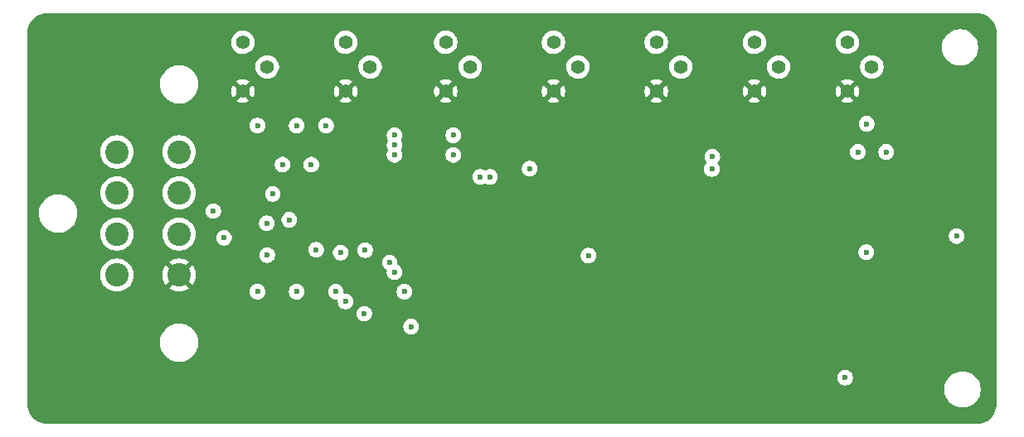
<source format=gbr>
%TF.GenerationSoftware,KiCad,Pcbnew,9.0.0*%
%TF.CreationDate,2025-04-11T21:44:15-07:00*%
%TF.ProjectId,BSPD,42535044-2e6b-4696-9361-645f70636258,rev?*%
%TF.SameCoordinates,Original*%
%TF.FileFunction,Copper,L3,Inr*%
%TF.FilePolarity,Positive*%
%FSLAX46Y46*%
G04 Gerber Fmt 4.6, Leading zero omitted, Abs format (unit mm)*
G04 Created by KiCad (PCBNEW 9.0.0) date 2025-04-11 21:44:15*
%MOMM*%
%LPD*%
G01*
G04 APERTURE LIST*
%TA.AperFunction,ComponentPad*%
%ADD10C,2.400000*%
%TD*%
%TA.AperFunction,ComponentPad*%
%ADD11C,1.400000*%
%TD*%
%TA.AperFunction,ViaPad*%
%ADD12C,0.600000*%
%TD*%
G04 APERTURE END LIST*
D10*
%TO.N,GND*%
%TO.C,J1*%
X55000000Y-116300000D03*
%TO.N,x*%
X55000000Y-112100000D03*
%TO.N,Throttle2*%
X55000000Y-107900000D03*
%TO.N,Throttle1*%
X55000000Y-103700000D03*
%TO.N,IGN_PWR*%
X48650000Y-103700000D03*
%TO.N,BSPD_OUT*%
X48650000Y-107900000D03*
%TO.N,Brake*%
X48650000Y-112100000D03*
%TO.N,MASTER_PWR*%
X48650000Y-116300000D03*
%TD*%
D11*
%TO.N,+5V*%
%TO.C,VR\u002A\u002A*%
X113730000Y-92500000D03*
%TO.N,/Heavy_Braking*%
X116230000Y-95000000D03*
%TO.N,GND*%
X113730000Y-97500000D03*
%TD*%
%TO.N,+5V*%
%TO.C,VR\u002A\u002A*%
X103730000Y-92500000D03*
%TO.N,/Throttle_10\u0025*%
X106230000Y-95000000D03*
%TO.N,GND*%
X103730000Y-97500000D03*
%TD*%
%TO.N,+5V*%
%TO.C,VR\u002A\u002A*%
X72000000Y-92500000D03*
%TO.N,/Throttle_High*%
X74500000Y-95000000D03*
%TO.N,GND*%
X72000000Y-97500000D03*
%TD*%
%TO.N,+5V*%
%TO.C,VR\u002A\u002A*%
X93230000Y-92500000D03*
%TO.N,/Brake_High*%
X95730000Y-95000000D03*
%TO.N,GND*%
X93230000Y-97500000D03*
%TD*%
%TO.N,+5V*%
%TO.C,VR\u002A\u002A*%
X61500000Y-92500000D03*
%TO.N,/Throttle_Low*%
X64000000Y-95000000D03*
%TO.N,GND*%
X61500000Y-97500000D03*
%TD*%
%TO.N,+5V*%
%TO.C,VR\u002A\u002A*%
X123230000Y-92500000D03*
%TO.N,Net-(BR1-IN1-)*%
X125730000Y-95000000D03*
%TO.N,GND*%
X123230000Y-97500000D03*
%TD*%
%TO.N,+5V*%
%TO.C,VR\u002A\u002A*%
X82230000Y-92500000D03*
%TO.N,/Brake_Low*%
X84730000Y-95000000D03*
%TO.N,GND*%
X82230000Y-97500000D03*
%TD*%
D12*
%TO.N,GND*%
X70500000Y-99000000D03*
X86600000Y-115700000D03*
X85800000Y-115700000D03*
X84400000Y-105100000D03*
X121900000Y-114000000D03*
X63700000Y-97500000D03*
X64400000Y-97500000D03*
X69800000Y-99000000D03*
X72700000Y-105150000D03*
X100500000Y-113600000D03*
X83100000Y-108100000D03*
X86600000Y-112000000D03*
X85600000Y-97600000D03*
X86600000Y-112800000D03*
X118275000Y-114025000D03*
X110100000Y-97300000D03*
X109400000Y-108700000D03*
X109400000Y-110100000D03*
X87300000Y-100550000D03*
X121600000Y-108300000D03*
X98500000Y-111800000D03*
X85800000Y-112800000D03*
X85800000Y-112000000D03*
X121600000Y-109100000D03*
X88100000Y-100550000D03*
X88850000Y-100550000D03*
X110100000Y-96600000D03*
X84700000Y-97600000D03*
%TO.N,/B_HVY*%
X70000000Y-101000000D03*
X77000000Y-102000000D03*
X83000000Y-104000000D03*
X109400000Y-105450000D03*
%TO.N,/T_10\u0025*%
X83000000Y-102000000D03*
X109450000Y-104200000D03*
%TO.N,/B_L*%
X71000000Y-118000000D03*
X78000000Y-118000000D03*
%TO.N,/T2_H*%
X77000000Y-116000000D03*
X67000000Y-118000000D03*
X86750000Y-106250000D03*
%TO.N,/T1_H*%
X63000000Y-101000000D03*
X77000000Y-104000000D03*
%TO.N,/T1_L*%
X67000000Y-101000000D03*
X77000000Y-103000000D03*
%TO.N,/T2_L*%
X85750000Y-106250000D03*
X76500000Y-115000000D03*
X63000000Y-118000000D03*
%TO.N,BSPD_OUT*%
X58500000Y-109750000D03*
X73900000Y-120250000D03*
%TO.N,Net-(BR1-OUT1)*%
X124300000Y-103700000D03*
X127200000Y-103700000D03*
%TO.N,+10V*%
X125200000Y-100825000D03*
X72000000Y-119000000D03*
%TO.N,IGN_PWR*%
X78685000Y-121565000D03*
%TO.N,+5V*%
X96800000Y-114300000D03*
X90800000Y-105400000D03*
%TO.N,Brake*%
X59575000Y-112475000D03*
X69000000Y-113700000D03*
%TO.N,/Brake_Low*%
X71500000Y-114000000D03*
%TO.N,/Brake_High*%
X73985500Y-113745250D03*
%TO.N,Throttle1*%
X64562000Y-107995250D03*
%TO.N,/Throttle_High*%
X68500000Y-105000000D03*
X66250000Y-110645250D03*
%TO.N,/Throttle_Low*%
X65561500Y-105000000D03*
X64000000Y-114250000D03*
%TO.N,Throttle2*%
X63950000Y-110995250D03*
%TO.N,MASTER_PWR*%
X123000000Y-126800000D03*
%TO.N,BSPD_OUT_PRE*%
X125175000Y-113950000D03*
X134400000Y-112300000D03*
%TD*%
%TA.AperFunction,Conductor*%
%TO.N,GND*%
G36*
X136504043Y-89500765D02*
G01*
X136752895Y-89517075D01*
X136768953Y-89519190D01*
X136976105Y-89560395D01*
X137009535Y-89567045D01*
X137025202Y-89571243D01*
X137194947Y-89628863D01*
X137257481Y-89650091D01*
X137272458Y-89656294D01*
X137481799Y-89759529D01*
X137492460Y-89764787D01*
X137506508Y-89772897D01*
X137710464Y-89909177D01*
X137723328Y-89919048D01*
X137907749Y-90080781D01*
X137919218Y-90092250D01*
X138080951Y-90276671D01*
X138090825Y-90289539D01*
X138227102Y-90493492D01*
X138235212Y-90507539D01*
X138343702Y-90727534D01*
X138349909Y-90742520D01*
X138428756Y-90974797D01*
X138432954Y-90990464D01*
X138480807Y-91231035D01*
X138482925Y-91247116D01*
X138499235Y-91495956D01*
X138499500Y-91504066D01*
X138499500Y-129495933D01*
X138499235Y-129504043D01*
X138482925Y-129752883D01*
X138480807Y-129768964D01*
X138432954Y-130009535D01*
X138428756Y-130025202D01*
X138349909Y-130257479D01*
X138343702Y-130272465D01*
X138235212Y-130492460D01*
X138227102Y-130506507D01*
X138090825Y-130710460D01*
X138080951Y-130723328D01*
X137919218Y-130907749D01*
X137907749Y-130919218D01*
X137723328Y-131080951D01*
X137710460Y-131090825D01*
X137506507Y-131227102D01*
X137492460Y-131235212D01*
X137272465Y-131343702D01*
X137257479Y-131349909D01*
X137025202Y-131428756D01*
X137009535Y-131432954D01*
X136768964Y-131480807D01*
X136752883Y-131482925D01*
X136504043Y-131499235D01*
X136495933Y-131499500D01*
X41504067Y-131499500D01*
X41495957Y-131499235D01*
X41247116Y-131482925D01*
X41231035Y-131480807D01*
X40990464Y-131432954D01*
X40974797Y-131428756D01*
X40742520Y-131349909D01*
X40727534Y-131343702D01*
X40507539Y-131235212D01*
X40493492Y-131227102D01*
X40289539Y-131090825D01*
X40276671Y-131080951D01*
X40092250Y-130919218D01*
X40080781Y-130907749D01*
X39919048Y-130723328D01*
X39909174Y-130710460D01*
X39772897Y-130506507D01*
X39764787Y-130492460D01*
X39658855Y-130277652D01*
X39656294Y-130272458D01*
X39650090Y-130257479D01*
X39571243Y-130025202D01*
X39567045Y-130009535D01*
X39529113Y-129818838D01*
X39519190Y-129768953D01*
X39517075Y-129752895D01*
X39500765Y-129504043D01*
X39500500Y-129495933D01*
X39500500Y-127878711D01*
X133149500Y-127878711D01*
X133149500Y-128121288D01*
X133181161Y-128361785D01*
X133243947Y-128596104D01*
X133336773Y-128820205D01*
X133336776Y-128820212D01*
X133458064Y-129030289D01*
X133458066Y-129030292D01*
X133458067Y-129030293D01*
X133605733Y-129222736D01*
X133605739Y-129222743D01*
X133777256Y-129394260D01*
X133777263Y-129394266D01*
X133890321Y-129481018D01*
X133969711Y-129541936D01*
X134179788Y-129663224D01*
X134375269Y-129744195D01*
X134396244Y-129752883D01*
X134403900Y-129756054D01*
X134638211Y-129818838D01*
X134818586Y-129842584D01*
X134878711Y-129850500D01*
X134878712Y-129850500D01*
X135121289Y-129850500D01*
X135169388Y-129844167D01*
X135361789Y-129818838D01*
X135596100Y-129756054D01*
X135820212Y-129663224D01*
X136030289Y-129541936D01*
X136222738Y-129394265D01*
X136394265Y-129222738D01*
X136541936Y-129030289D01*
X136663224Y-128820212D01*
X136756054Y-128596100D01*
X136818838Y-128361789D01*
X136850500Y-128121288D01*
X136850500Y-127878712D01*
X136818838Y-127638211D01*
X136756054Y-127403900D01*
X136663224Y-127179788D01*
X136541936Y-126969711D01*
X136394265Y-126777262D01*
X136394260Y-126777256D01*
X136222743Y-126605739D01*
X136222736Y-126605733D01*
X136030293Y-126458067D01*
X136030292Y-126458066D01*
X136030289Y-126458064D01*
X135820212Y-126336776D01*
X135820205Y-126336773D01*
X135596104Y-126243947D01*
X135361785Y-126181161D01*
X135121289Y-126149500D01*
X135121288Y-126149500D01*
X134878712Y-126149500D01*
X134878711Y-126149500D01*
X134638214Y-126181161D01*
X134403895Y-126243947D01*
X134179794Y-126336773D01*
X134179785Y-126336777D01*
X133969706Y-126458067D01*
X133777263Y-126605733D01*
X133777256Y-126605739D01*
X133605739Y-126777256D01*
X133605733Y-126777263D01*
X133458067Y-126969706D01*
X133336777Y-127179785D01*
X133336773Y-127179794D01*
X133243947Y-127403895D01*
X133181161Y-127638214D01*
X133149500Y-127878711D01*
X39500500Y-127878711D01*
X39500500Y-126721153D01*
X122199500Y-126721153D01*
X122199500Y-126878846D01*
X122230261Y-127033489D01*
X122230264Y-127033501D01*
X122290602Y-127179172D01*
X122290609Y-127179185D01*
X122378210Y-127310288D01*
X122378213Y-127310292D01*
X122489707Y-127421786D01*
X122489711Y-127421789D01*
X122620814Y-127509390D01*
X122620827Y-127509397D01*
X122766498Y-127569735D01*
X122766503Y-127569737D01*
X122921153Y-127600499D01*
X122921156Y-127600500D01*
X122921158Y-127600500D01*
X123078844Y-127600500D01*
X123078845Y-127600499D01*
X123233497Y-127569737D01*
X123379179Y-127509394D01*
X123510289Y-127421789D01*
X123621789Y-127310289D01*
X123709394Y-127179179D01*
X123769737Y-127033497D01*
X123800500Y-126878842D01*
X123800500Y-126721158D01*
X123800500Y-126721155D01*
X123800499Y-126721153D01*
X123769737Y-126566503D01*
X123724822Y-126458067D01*
X123709397Y-126420827D01*
X123709390Y-126420814D01*
X123621789Y-126289711D01*
X123621786Y-126289707D01*
X123510292Y-126178213D01*
X123510288Y-126178210D01*
X123379185Y-126090609D01*
X123379172Y-126090602D01*
X123233501Y-126030264D01*
X123233489Y-126030261D01*
X123078845Y-125999500D01*
X123078842Y-125999500D01*
X122921158Y-125999500D01*
X122921155Y-125999500D01*
X122766510Y-126030261D01*
X122766498Y-126030264D01*
X122620827Y-126090602D01*
X122620814Y-126090609D01*
X122489711Y-126178210D01*
X122489707Y-126178213D01*
X122378213Y-126289707D01*
X122378210Y-126289711D01*
X122290609Y-126420814D01*
X122290602Y-126420827D01*
X122230264Y-126566498D01*
X122230261Y-126566510D01*
X122199500Y-126721153D01*
X39500500Y-126721153D01*
X39500500Y-123081166D01*
X53034500Y-123081166D01*
X53034500Y-123338833D01*
X53060657Y-123537507D01*
X53068131Y-123594273D01*
X53101473Y-123718709D01*
X53134816Y-123843147D01*
X53233412Y-124081177D01*
X53233416Y-124081187D01*
X53362239Y-124304315D01*
X53519086Y-124508723D01*
X53519092Y-124508730D01*
X53701269Y-124690907D01*
X53701276Y-124690913D01*
X53905684Y-124847760D01*
X54128812Y-124976583D01*
X54128813Y-124976583D01*
X54128816Y-124976585D01*
X54287508Y-125042317D01*
X54366852Y-125075183D01*
X54366853Y-125075183D01*
X54366855Y-125075184D01*
X54615727Y-125141869D01*
X54871174Y-125175500D01*
X54871181Y-125175500D01*
X55128819Y-125175500D01*
X55128826Y-125175500D01*
X55384273Y-125141869D01*
X55633145Y-125075184D01*
X55871184Y-124976585D01*
X56094316Y-124847760D01*
X56298725Y-124690912D01*
X56480912Y-124508725D01*
X56637760Y-124304316D01*
X56766585Y-124081184D01*
X56865184Y-123843145D01*
X56931869Y-123594273D01*
X56965500Y-123338826D01*
X56965500Y-123081174D01*
X56931869Y-122825727D01*
X56865184Y-122576855D01*
X56766585Y-122338816D01*
X56637760Y-122115684D01*
X56480912Y-121911275D01*
X56480907Y-121911269D01*
X56298730Y-121729092D01*
X56298723Y-121729086D01*
X56102399Y-121578442D01*
X56094315Y-121572239D01*
X55945210Y-121486153D01*
X77884500Y-121486153D01*
X77884500Y-121643846D01*
X77915261Y-121798489D01*
X77915264Y-121798501D01*
X77975602Y-121944172D01*
X77975609Y-121944185D01*
X78063210Y-122075288D01*
X78063213Y-122075292D01*
X78174707Y-122186786D01*
X78174711Y-122186789D01*
X78305814Y-122274390D01*
X78305827Y-122274397D01*
X78451498Y-122334735D01*
X78451503Y-122334737D01*
X78606153Y-122365499D01*
X78606156Y-122365500D01*
X78606158Y-122365500D01*
X78763844Y-122365500D01*
X78763845Y-122365499D01*
X78918497Y-122334737D01*
X79064179Y-122274394D01*
X79195289Y-122186789D01*
X79306789Y-122075289D01*
X79394394Y-121944179D01*
X79454737Y-121798497D01*
X79485500Y-121643842D01*
X79485500Y-121486158D01*
X79485500Y-121486155D01*
X79485499Y-121486153D01*
X79454738Y-121331510D01*
X79454737Y-121331503D01*
X79432630Y-121278131D01*
X79394397Y-121185827D01*
X79394390Y-121185814D01*
X79306789Y-121054711D01*
X79306786Y-121054707D01*
X79195292Y-120943213D01*
X79195288Y-120943210D01*
X79064185Y-120855609D01*
X79064172Y-120855602D01*
X78918501Y-120795264D01*
X78918489Y-120795261D01*
X78763845Y-120764500D01*
X78763842Y-120764500D01*
X78606158Y-120764500D01*
X78606155Y-120764500D01*
X78451510Y-120795261D01*
X78451498Y-120795264D01*
X78305827Y-120855602D01*
X78305814Y-120855609D01*
X78174711Y-120943210D01*
X78174707Y-120943213D01*
X78063213Y-121054707D01*
X78063210Y-121054711D01*
X77975609Y-121185814D01*
X77975602Y-121185827D01*
X77915264Y-121331498D01*
X77915261Y-121331510D01*
X77884500Y-121486153D01*
X55945210Y-121486153D01*
X55871187Y-121443416D01*
X55871177Y-121443412D01*
X55633147Y-121344816D01*
X55508709Y-121311473D01*
X55384273Y-121278131D01*
X55327507Y-121270657D01*
X55128833Y-121244500D01*
X55128826Y-121244500D01*
X54871174Y-121244500D01*
X54871166Y-121244500D01*
X54644110Y-121274394D01*
X54615727Y-121278131D01*
X54553509Y-121294802D01*
X54366852Y-121344816D01*
X54128822Y-121443412D01*
X54128812Y-121443416D01*
X53905684Y-121572239D01*
X53701276Y-121729086D01*
X53701269Y-121729092D01*
X53519092Y-121911269D01*
X53519086Y-121911276D01*
X53362239Y-122115684D01*
X53233416Y-122338812D01*
X53233412Y-122338822D01*
X53134816Y-122576852D01*
X53068131Y-122825728D01*
X53034500Y-123081166D01*
X39500500Y-123081166D01*
X39500500Y-120171153D01*
X73099500Y-120171153D01*
X73099500Y-120328846D01*
X73130261Y-120483489D01*
X73130264Y-120483501D01*
X73190602Y-120629172D01*
X73190609Y-120629185D01*
X73278210Y-120760288D01*
X73278213Y-120760292D01*
X73389707Y-120871786D01*
X73389711Y-120871789D01*
X73520814Y-120959390D01*
X73520827Y-120959397D01*
X73666498Y-121019735D01*
X73666503Y-121019737D01*
X73821153Y-121050499D01*
X73821156Y-121050500D01*
X73821158Y-121050500D01*
X73978844Y-121050500D01*
X73978845Y-121050499D01*
X74133497Y-121019737D01*
X74279179Y-120959394D01*
X74410289Y-120871789D01*
X74521789Y-120760289D01*
X74609394Y-120629179D01*
X74669737Y-120483497D01*
X74700500Y-120328842D01*
X74700500Y-120171158D01*
X74700500Y-120171155D01*
X74700499Y-120171153D01*
X74669738Y-120016510D01*
X74669737Y-120016503D01*
X74669735Y-120016498D01*
X74609397Y-119870827D01*
X74609390Y-119870814D01*
X74521789Y-119739711D01*
X74521786Y-119739707D01*
X74410292Y-119628213D01*
X74410288Y-119628210D01*
X74279185Y-119540609D01*
X74279172Y-119540602D01*
X74133501Y-119480264D01*
X74133489Y-119480261D01*
X73978845Y-119449500D01*
X73978842Y-119449500D01*
X73821158Y-119449500D01*
X73821155Y-119449500D01*
X73666510Y-119480261D01*
X73666498Y-119480264D01*
X73520827Y-119540602D01*
X73520814Y-119540609D01*
X73389711Y-119628210D01*
X73389707Y-119628213D01*
X73278213Y-119739707D01*
X73278210Y-119739711D01*
X73190609Y-119870814D01*
X73190602Y-119870827D01*
X73130264Y-120016498D01*
X73130261Y-120016510D01*
X73099500Y-120171153D01*
X39500500Y-120171153D01*
X39500500Y-116188549D01*
X46949500Y-116188549D01*
X46949500Y-116411450D01*
X46949501Y-116411466D01*
X46978594Y-116632452D01*
X46978595Y-116632457D01*
X46978596Y-116632463D01*
X47036290Y-116847780D01*
X47036293Y-116847790D01*
X47121593Y-117053722D01*
X47121595Y-117053726D01*
X47233052Y-117246774D01*
X47233057Y-117246780D01*
X47233058Y-117246782D01*
X47368751Y-117423622D01*
X47368757Y-117423629D01*
X47526370Y-117581242D01*
X47526376Y-117581247D01*
X47703226Y-117716948D01*
X47896274Y-117828405D01*
X48026140Y-117882197D01*
X48101074Y-117913236D01*
X48102219Y-117913710D01*
X48317537Y-117971404D01*
X48538543Y-118000500D01*
X48538550Y-118000500D01*
X48761450Y-118000500D01*
X48761457Y-118000500D01*
X48982463Y-117971404D01*
X49197781Y-117913710D01*
X49403726Y-117828405D01*
X49596774Y-117716948D01*
X49773624Y-117581247D01*
X49773629Y-117581242D01*
X49824550Y-117530322D01*
X49931242Y-117423629D01*
X49931247Y-117423624D01*
X50066948Y-117246774D01*
X50178405Y-117053726D01*
X50263710Y-116847781D01*
X50321404Y-116632463D01*
X50350500Y-116411457D01*
X50350500Y-116188575D01*
X53300000Y-116188575D01*
X53300000Y-116411424D01*
X53329085Y-116632354D01*
X53329088Y-116632367D01*
X53386763Y-116847618D01*
X53472045Y-117053502D01*
X53472054Y-117053520D01*
X53583464Y-117246491D01*
X53583473Y-117246504D01*
X53634040Y-117312403D01*
X53634043Y-117312403D01*
X54435387Y-116511058D01*
X54440889Y-116531591D01*
X54519881Y-116668408D01*
X54631592Y-116780119D01*
X54768409Y-116859111D01*
X54788940Y-116864612D01*
X53987595Y-117665955D01*
X53987595Y-117665956D01*
X54053507Y-117716533D01*
X54246485Y-117827949D01*
X54246497Y-117827954D01*
X54452381Y-117913236D01*
X54667632Y-117970911D01*
X54667645Y-117970914D01*
X54888575Y-118000000D01*
X55111425Y-118000000D01*
X55332354Y-117970914D01*
X55332367Y-117970911D01*
X55518071Y-117921153D01*
X62199500Y-117921153D01*
X62199500Y-118078846D01*
X62230261Y-118233489D01*
X62230264Y-118233501D01*
X62290602Y-118379172D01*
X62290609Y-118379185D01*
X62378210Y-118510288D01*
X62378213Y-118510292D01*
X62489707Y-118621786D01*
X62489711Y-118621789D01*
X62620814Y-118709390D01*
X62620827Y-118709397D01*
X62758683Y-118766498D01*
X62766503Y-118769737D01*
X62921153Y-118800499D01*
X62921156Y-118800500D01*
X62921158Y-118800500D01*
X63078844Y-118800500D01*
X63078845Y-118800499D01*
X63233497Y-118769737D01*
X63379179Y-118709394D01*
X63510289Y-118621789D01*
X63621789Y-118510289D01*
X63709394Y-118379179D01*
X63769737Y-118233497D01*
X63800500Y-118078842D01*
X63800500Y-117921158D01*
X63800500Y-117921155D01*
X63800499Y-117921153D01*
X66199500Y-117921153D01*
X66199500Y-118078846D01*
X66230261Y-118233489D01*
X66230264Y-118233501D01*
X66290602Y-118379172D01*
X66290609Y-118379185D01*
X66378210Y-118510288D01*
X66378213Y-118510292D01*
X66489707Y-118621786D01*
X66489711Y-118621789D01*
X66620814Y-118709390D01*
X66620827Y-118709397D01*
X66758683Y-118766498D01*
X66766503Y-118769737D01*
X66921153Y-118800499D01*
X66921156Y-118800500D01*
X66921158Y-118800500D01*
X67078844Y-118800500D01*
X67078845Y-118800499D01*
X67233497Y-118769737D01*
X67379179Y-118709394D01*
X67510289Y-118621789D01*
X67621789Y-118510289D01*
X67709394Y-118379179D01*
X67769737Y-118233497D01*
X67800500Y-118078842D01*
X67800500Y-117921158D01*
X67800500Y-117921155D01*
X67800499Y-117921153D01*
X70199500Y-117921153D01*
X70199500Y-118078846D01*
X70230261Y-118233489D01*
X70230264Y-118233501D01*
X70290602Y-118379172D01*
X70290609Y-118379185D01*
X70378210Y-118510288D01*
X70378213Y-118510292D01*
X70489707Y-118621786D01*
X70489711Y-118621789D01*
X70620814Y-118709390D01*
X70620827Y-118709397D01*
X70758683Y-118766498D01*
X70766503Y-118769737D01*
X70921153Y-118800499D01*
X70921156Y-118800500D01*
X71075500Y-118800500D01*
X71142539Y-118820185D01*
X71188294Y-118872989D01*
X71199500Y-118924500D01*
X71199500Y-119078846D01*
X71230261Y-119233489D01*
X71230264Y-119233501D01*
X71290602Y-119379172D01*
X71290609Y-119379185D01*
X71378210Y-119510288D01*
X71378213Y-119510292D01*
X71489707Y-119621786D01*
X71489711Y-119621789D01*
X71620814Y-119709390D01*
X71620827Y-119709397D01*
X71694013Y-119739711D01*
X71766503Y-119769737D01*
X71921153Y-119800499D01*
X71921156Y-119800500D01*
X71921158Y-119800500D01*
X72078844Y-119800500D01*
X72078845Y-119800499D01*
X72233497Y-119769737D01*
X72379179Y-119709394D01*
X72510289Y-119621789D01*
X72621789Y-119510289D01*
X72709394Y-119379179D01*
X72769737Y-119233497D01*
X72800500Y-119078842D01*
X72800500Y-118921158D01*
X72800500Y-118921155D01*
X72800499Y-118921153D01*
X72769737Y-118766503D01*
X72709794Y-118621786D01*
X72709397Y-118620827D01*
X72709390Y-118620814D01*
X72621789Y-118489711D01*
X72621786Y-118489707D01*
X72510292Y-118378213D01*
X72510288Y-118378210D01*
X72379185Y-118290609D01*
X72379172Y-118290602D01*
X72233501Y-118230264D01*
X72233489Y-118230261D01*
X72078845Y-118199500D01*
X72078842Y-118199500D01*
X71924500Y-118199500D01*
X71915814Y-118196949D01*
X71906853Y-118198238D01*
X71882812Y-118187259D01*
X71857461Y-118179815D01*
X71851533Y-118172974D01*
X71843297Y-118169213D01*
X71829007Y-118146978D01*
X71811706Y-118127011D01*
X71809418Y-118116496D01*
X71805523Y-118110435D01*
X71800500Y-118075500D01*
X71800500Y-117921155D01*
X71800499Y-117921153D01*
X77199500Y-117921153D01*
X77199500Y-118078846D01*
X77230261Y-118233489D01*
X77230264Y-118233501D01*
X77290602Y-118379172D01*
X77290609Y-118379185D01*
X77378210Y-118510288D01*
X77378213Y-118510292D01*
X77489707Y-118621786D01*
X77489711Y-118621789D01*
X77620814Y-118709390D01*
X77620827Y-118709397D01*
X77758683Y-118766498D01*
X77766503Y-118769737D01*
X77921153Y-118800499D01*
X77921156Y-118800500D01*
X77921158Y-118800500D01*
X78078844Y-118800500D01*
X78078845Y-118800499D01*
X78233497Y-118769737D01*
X78379179Y-118709394D01*
X78510289Y-118621789D01*
X78621789Y-118510289D01*
X78709394Y-118379179D01*
X78769737Y-118233497D01*
X78800500Y-118078842D01*
X78800500Y-117921158D01*
X78800500Y-117921155D01*
X78800499Y-117921153D01*
X78769738Y-117766510D01*
X78769737Y-117766503D01*
X78749211Y-117716948D01*
X78709397Y-117620827D01*
X78709390Y-117620814D01*
X78621789Y-117489711D01*
X78621786Y-117489707D01*
X78510292Y-117378213D01*
X78510288Y-117378210D01*
X78379185Y-117290609D01*
X78379172Y-117290602D01*
X78233501Y-117230264D01*
X78233489Y-117230261D01*
X78078845Y-117199500D01*
X78078842Y-117199500D01*
X77921158Y-117199500D01*
X77921155Y-117199500D01*
X77766510Y-117230261D01*
X77766498Y-117230264D01*
X77620827Y-117290602D01*
X77620814Y-117290609D01*
X77489711Y-117378210D01*
X77489707Y-117378213D01*
X77378213Y-117489707D01*
X77378210Y-117489711D01*
X77290609Y-117620814D01*
X77290602Y-117620827D01*
X77230264Y-117766498D01*
X77230261Y-117766510D01*
X77199500Y-117921153D01*
X71800499Y-117921153D01*
X71769738Y-117766510D01*
X71769737Y-117766503D01*
X71749211Y-117716948D01*
X71709397Y-117620827D01*
X71709390Y-117620814D01*
X71621789Y-117489711D01*
X71621786Y-117489707D01*
X71510292Y-117378213D01*
X71510288Y-117378210D01*
X71379185Y-117290609D01*
X71379172Y-117290602D01*
X71233501Y-117230264D01*
X71233489Y-117230261D01*
X71078845Y-117199500D01*
X71078842Y-117199500D01*
X70921158Y-117199500D01*
X70921155Y-117199500D01*
X70766510Y-117230261D01*
X70766498Y-117230264D01*
X70620827Y-117290602D01*
X70620814Y-117290609D01*
X70489711Y-117378210D01*
X70489707Y-117378213D01*
X70378213Y-117489707D01*
X70378210Y-117489711D01*
X70290609Y-117620814D01*
X70290602Y-117620827D01*
X70230264Y-117766498D01*
X70230261Y-117766510D01*
X70199500Y-117921153D01*
X67800499Y-117921153D01*
X67769738Y-117766510D01*
X67769737Y-117766503D01*
X67749211Y-117716948D01*
X67709397Y-117620827D01*
X67709390Y-117620814D01*
X67621789Y-117489711D01*
X67621786Y-117489707D01*
X67510292Y-117378213D01*
X67510288Y-117378210D01*
X67379185Y-117290609D01*
X67379172Y-117290602D01*
X67233501Y-117230264D01*
X67233489Y-117230261D01*
X67078845Y-117199500D01*
X67078842Y-117199500D01*
X66921158Y-117199500D01*
X66921155Y-117199500D01*
X66766510Y-117230261D01*
X66766498Y-117230264D01*
X66620827Y-117290602D01*
X66620814Y-117290609D01*
X66489711Y-117378210D01*
X66489707Y-117378213D01*
X66378213Y-117489707D01*
X66378210Y-117489711D01*
X66290609Y-117620814D01*
X66290602Y-117620827D01*
X66230264Y-117766498D01*
X66230261Y-117766510D01*
X66199500Y-117921153D01*
X63800499Y-117921153D01*
X63769738Y-117766510D01*
X63769737Y-117766503D01*
X63749211Y-117716948D01*
X63709397Y-117620827D01*
X63709390Y-117620814D01*
X63621789Y-117489711D01*
X63621786Y-117489707D01*
X63510292Y-117378213D01*
X63510288Y-117378210D01*
X63379185Y-117290609D01*
X63379172Y-117290602D01*
X63233501Y-117230264D01*
X63233489Y-117230261D01*
X63078845Y-117199500D01*
X63078842Y-117199500D01*
X62921158Y-117199500D01*
X62921155Y-117199500D01*
X62766510Y-117230261D01*
X62766498Y-117230264D01*
X62620827Y-117290602D01*
X62620814Y-117290609D01*
X62489711Y-117378210D01*
X62489707Y-117378213D01*
X62378213Y-117489707D01*
X62378210Y-117489711D01*
X62290609Y-117620814D01*
X62290602Y-117620827D01*
X62230264Y-117766498D01*
X62230261Y-117766510D01*
X62199500Y-117921153D01*
X55518071Y-117921153D01*
X55547618Y-117913236D01*
X55753502Y-117827954D01*
X55753513Y-117827949D01*
X55788623Y-117807679D01*
X55946498Y-117716530D01*
X56012403Y-117665957D01*
X56012404Y-117665956D01*
X55211059Y-116864612D01*
X55231591Y-116859111D01*
X55368408Y-116780119D01*
X55480119Y-116668408D01*
X55559111Y-116531591D01*
X55564612Y-116511059D01*
X56365956Y-117312404D01*
X56365957Y-117312403D01*
X56416530Y-117246498D01*
X56527949Y-117053514D01*
X56527954Y-117053502D01*
X56613236Y-116847618D01*
X56670911Y-116632367D01*
X56670914Y-116632354D01*
X56700000Y-116411424D01*
X56700000Y-116188575D01*
X56670914Y-115967645D01*
X56670911Y-115967632D01*
X56613236Y-115752381D01*
X56527954Y-115546497D01*
X56527949Y-115546485D01*
X56416533Y-115353507D01*
X56365956Y-115287595D01*
X56365955Y-115287595D01*
X55564612Y-116088939D01*
X55559111Y-116068409D01*
X55480119Y-115931592D01*
X55368408Y-115819881D01*
X55231591Y-115740889D01*
X55211058Y-115735387D01*
X56012403Y-114934043D01*
X56012403Y-114934040D01*
X55946504Y-114883473D01*
X55946491Y-114883464D01*
X55753520Y-114772054D01*
X55753502Y-114772045D01*
X55547618Y-114686763D01*
X55332367Y-114629088D01*
X55332354Y-114629085D01*
X55111425Y-114600000D01*
X54888575Y-114600000D01*
X54667645Y-114629085D01*
X54667632Y-114629088D01*
X54452381Y-114686763D01*
X54246497Y-114772045D01*
X54246479Y-114772054D01*
X54053511Y-114883462D01*
X53987595Y-114934042D01*
X54788941Y-115735387D01*
X54768409Y-115740889D01*
X54631592Y-115819881D01*
X54519881Y-115931592D01*
X54440889Y-116068409D01*
X54435387Y-116088940D01*
X53634042Y-115287595D01*
X53583462Y-115353511D01*
X53472054Y-115546479D01*
X53472045Y-115546497D01*
X53386763Y-115752381D01*
X53329088Y-115967632D01*
X53329085Y-115967645D01*
X53300000Y-116188575D01*
X50350500Y-116188575D01*
X50350500Y-116188543D01*
X50321404Y-115967537D01*
X50263710Y-115752219D01*
X50178405Y-115546274D01*
X50066948Y-115353226D01*
X49931247Y-115176376D01*
X49931242Y-115176370D01*
X49773629Y-115018757D01*
X49773622Y-115018751D01*
X49596782Y-114883058D01*
X49596780Y-114883057D01*
X49596774Y-114883052D01*
X49403726Y-114771595D01*
X49403722Y-114771593D01*
X49197790Y-114686293D01*
X49197783Y-114686291D01*
X49197781Y-114686290D01*
X48982463Y-114628596D01*
X48982457Y-114628595D01*
X48982452Y-114628594D01*
X48761466Y-114599501D01*
X48761463Y-114599500D01*
X48761457Y-114599500D01*
X48538543Y-114599500D01*
X48538537Y-114599500D01*
X48538533Y-114599501D01*
X48317547Y-114628594D01*
X48317540Y-114628595D01*
X48317537Y-114628596D01*
X48202612Y-114659390D01*
X48102219Y-114686290D01*
X48102209Y-114686293D01*
X47896277Y-114771593D01*
X47896273Y-114771595D01*
X47703226Y-114883052D01*
X47703217Y-114883058D01*
X47526377Y-115018751D01*
X47526370Y-115018757D01*
X47368757Y-115176370D01*
X47368751Y-115176377D01*
X47233058Y-115353217D01*
X47233052Y-115353226D01*
X47121595Y-115546273D01*
X47121593Y-115546277D01*
X47036293Y-115752209D01*
X47036290Y-115752219D01*
X46988228Y-115931592D01*
X46978597Y-115967534D01*
X46978594Y-115967547D01*
X46949501Y-116188533D01*
X46949500Y-116188549D01*
X39500500Y-116188549D01*
X39500500Y-114171153D01*
X63199500Y-114171153D01*
X63199500Y-114328846D01*
X63230261Y-114483489D01*
X63230264Y-114483501D01*
X63290602Y-114629172D01*
X63290609Y-114629185D01*
X63378210Y-114760288D01*
X63378213Y-114760292D01*
X63489707Y-114871786D01*
X63489711Y-114871789D01*
X63620814Y-114959390D01*
X63620827Y-114959397D01*
X63764127Y-115018753D01*
X63766503Y-115019737D01*
X63921153Y-115050499D01*
X63921156Y-115050500D01*
X63921158Y-115050500D01*
X64078844Y-115050500D01*
X64078845Y-115050499D01*
X64233497Y-115019737D01*
X64379179Y-114959394D01*
X64436411Y-114921153D01*
X75699500Y-114921153D01*
X75699500Y-115078846D01*
X75730261Y-115233489D01*
X75730264Y-115233501D01*
X75790602Y-115379172D01*
X75790609Y-115379185D01*
X75878210Y-115510288D01*
X75878213Y-115510292D01*
X75989707Y-115621786D01*
X75989711Y-115621789D01*
X76120817Y-115709392D01*
X76120819Y-115709393D01*
X76120821Y-115709394D01*
X76138409Y-115716679D01*
X76192812Y-115760520D01*
X76214877Y-115826814D01*
X76212573Y-115855431D01*
X76199500Y-115921153D01*
X76199500Y-116078846D01*
X76230261Y-116233489D01*
X76230264Y-116233501D01*
X76290602Y-116379172D01*
X76290609Y-116379185D01*
X76378210Y-116510288D01*
X76378213Y-116510292D01*
X76489707Y-116621786D01*
X76489711Y-116621789D01*
X76620814Y-116709390D01*
X76620827Y-116709397D01*
X76766498Y-116769735D01*
X76766503Y-116769737D01*
X76921153Y-116800499D01*
X76921156Y-116800500D01*
X76921158Y-116800500D01*
X77078844Y-116800500D01*
X77078845Y-116800499D01*
X77233497Y-116769737D01*
X77379179Y-116709394D01*
X77510289Y-116621789D01*
X77621789Y-116510289D01*
X77709394Y-116379179D01*
X77769737Y-116233497D01*
X77800500Y-116078842D01*
X77800500Y-115921158D01*
X77800500Y-115921155D01*
X77800499Y-115921153D01*
X77787426Y-115855431D01*
X77769737Y-115766503D01*
X77763888Y-115752381D01*
X77709397Y-115620827D01*
X77709390Y-115620814D01*
X77621789Y-115489711D01*
X77621786Y-115489707D01*
X77510292Y-115378213D01*
X77510288Y-115378210D01*
X77379185Y-115290609D01*
X77379179Y-115290606D01*
X77361589Y-115283320D01*
X77307186Y-115239478D01*
X77285122Y-115173184D01*
X77287425Y-115144571D01*
X77300500Y-115078842D01*
X77300500Y-114921158D01*
X77300500Y-114921155D01*
X77300499Y-114921153D01*
X77278447Y-114810292D01*
X77269737Y-114766503D01*
X77267163Y-114760288D01*
X77209397Y-114620827D01*
X77209390Y-114620814D01*
X77121789Y-114489711D01*
X77121786Y-114489707D01*
X77010292Y-114378213D01*
X77010288Y-114378210D01*
X76920429Y-114318168D01*
X76879185Y-114290609D01*
X76879172Y-114290602D01*
X76733501Y-114230264D01*
X76733489Y-114230261D01*
X76687701Y-114221153D01*
X95999500Y-114221153D01*
X95999500Y-114378846D01*
X96030261Y-114533489D01*
X96030264Y-114533501D01*
X96090602Y-114679172D01*
X96090609Y-114679185D01*
X96178210Y-114810288D01*
X96178213Y-114810292D01*
X96289707Y-114921786D01*
X96289711Y-114921789D01*
X96420814Y-115009390D01*
X96420827Y-115009397D01*
X96520060Y-115050500D01*
X96566503Y-115069737D01*
X96721153Y-115100499D01*
X96721156Y-115100500D01*
X96721158Y-115100500D01*
X96878844Y-115100500D01*
X96878845Y-115100499D01*
X97033497Y-115069737D01*
X97179179Y-115009394D01*
X97310289Y-114921789D01*
X97421789Y-114810289D01*
X97509394Y-114679179D01*
X97569737Y-114533497D01*
X97600500Y-114378842D01*
X97600500Y-114221158D01*
X97600500Y-114221155D01*
X97600499Y-114221153D01*
X97596192Y-114199500D01*
X97569737Y-114066503D01*
X97554138Y-114028844D01*
X97509394Y-113920820D01*
X97476207Y-113871153D01*
X124374500Y-113871153D01*
X124374500Y-114028846D01*
X124405261Y-114183489D01*
X124405264Y-114183501D01*
X124465602Y-114329172D01*
X124465609Y-114329185D01*
X124553210Y-114460288D01*
X124553213Y-114460292D01*
X124664707Y-114571786D01*
X124664711Y-114571789D01*
X124795814Y-114659390D01*
X124795827Y-114659397D01*
X124941498Y-114719735D01*
X124941503Y-114719737D01*
X125096153Y-114750499D01*
X125096156Y-114750500D01*
X125096158Y-114750500D01*
X125253844Y-114750500D01*
X125253845Y-114750499D01*
X125408497Y-114719737D01*
X125554179Y-114659394D01*
X125685289Y-114571789D01*
X125796789Y-114460289D01*
X125884394Y-114329179D01*
X125944737Y-114183497D01*
X125975500Y-114028842D01*
X125975500Y-113871158D01*
X125975500Y-113871155D01*
X125975499Y-113871153D01*
X125955658Y-113771405D01*
X125944737Y-113716503D01*
X125943580Y-113713709D01*
X125884397Y-113570827D01*
X125884390Y-113570814D01*
X125796789Y-113439711D01*
X125796786Y-113439707D01*
X125685292Y-113328213D01*
X125685288Y-113328210D01*
X125554185Y-113240609D01*
X125554172Y-113240602D01*
X125408501Y-113180264D01*
X125408489Y-113180261D01*
X125253845Y-113149500D01*
X125253842Y-113149500D01*
X125096158Y-113149500D01*
X125096155Y-113149500D01*
X124941510Y-113180261D01*
X124941498Y-113180264D01*
X124795827Y-113240602D01*
X124795814Y-113240609D01*
X124664711Y-113328210D01*
X124664707Y-113328213D01*
X124553213Y-113439707D01*
X124553210Y-113439711D01*
X124465609Y-113570814D01*
X124465602Y-113570827D01*
X124405264Y-113716498D01*
X124405261Y-113716510D01*
X124374500Y-113871153D01*
X97476207Y-113871153D01*
X97421789Y-113789711D01*
X97421786Y-113789707D01*
X97310292Y-113678213D01*
X97310288Y-113678210D01*
X97179185Y-113590609D01*
X97179172Y-113590602D01*
X97033501Y-113530264D01*
X97033489Y-113530261D01*
X96878845Y-113499500D01*
X96878842Y-113499500D01*
X96721158Y-113499500D01*
X96721155Y-113499500D01*
X96566510Y-113530261D01*
X96566498Y-113530264D01*
X96420827Y-113590602D01*
X96420814Y-113590609D01*
X96289711Y-113678210D01*
X96289707Y-113678213D01*
X96178213Y-113789707D01*
X96178210Y-113789711D01*
X96090609Y-113920814D01*
X96090602Y-113920827D01*
X96030264Y-114066498D01*
X96030261Y-114066510D01*
X95999500Y-114221153D01*
X76687701Y-114221153D01*
X76578845Y-114199500D01*
X76578842Y-114199500D01*
X76421158Y-114199500D01*
X76421155Y-114199500D01*
X76266510Y-114230261D01*
X76266498Y-114230264D01*
X76120827Y-114290602D01*
X76120814Y-114290609D01*
X75989711Y-114378210D01*
X75989707Y-114378213D01*
X75878213Y-114489707D01*
X75878210Y-114489711D01*
X75790609Y-114620814D01*
X75790602Y-114620827D01*
X75730264Y-114766498D01*
X75730261Y-114766510D01*
X75699500Y-114921153D01*
X64436411Y-114921153D01*
X64510289Y-114871789D01*
X64621789Y-114760289D01*
X64709394Y-114629179D01*
X64709636Y-114628596D01*
X64723067Y-114596166D01*
X64769737Y-114483497D01*
X64800500Y-114328842D01*
X64800500Y-114171158D01*
X64800500Y-114171155D01*
X64800499Y-114171153D01*
X64791205Y-114124429D01*
X64769737Y-114016503D01*
X64730102Y-113920814D01*
X64709397Y-113870827D01*
X64709390Y-113870814D01*
X64621789Y-113739711D01*
X64621786Y-113739707D01*
X64510292Y-113628213D01*
X64510288Y-113628210D01*
X64499727Y-113621153D01*
X68199500Y-113621153D01*
X68199500Y-113778846D01*
X68230261Y-113933489D01*
X68230264Y-113933501D01*
X68290602Y-114079172D01*
X68290609Y-114079185D01*
X68378210Y-114210288D01*
X68378213Y-114210292D01*
X68489707Y-114321786D01*
X68489711Y-114321789D01*
X68620814Y-114409390D01*
X68620827Y-114409397D01*
X68766498Y-114469735D01*
X68766503Y-114469737D01*
X68921153Y-114500499D01*
X68921156Y-114500500D01*
X68921158Y-114500500D01*
X69078844Y-114500500D01*
X69078845Y-114500499D01*
X69233497Y-114469737D01*
X69379179Y-114409394D01*
X69510289Y-114321789D01*
X69621789Y-114210289D01*
X69709394Y-114079179D01*
X69769737Y-113933497D01*
X69772192Y-113921153D01*
X70699500Y-113921153D01*
X70699500Y-114078846D01*
X70730261Y-114233489D01*
X70730264Y-114233501D01*
X70790602Y-114379172D01*
X70790609Y-114379185D01*
X70878210Y-114510288D01*
X70878213Y-114510292D01*
X70989707Y-114621786D01*
X70989711Y-114621789D01*
X71120814Y-114709390D01*
X71120827Y-114709397D01*
X71258683Y-114766498D01*
X71266503Y-114769737D01*
X71421153Y-114800499D01*
X71421156Y-114800500D01*
X71421158Y-114800500D01*
X71578844Y-114800500D01*
X71578845Y-114800499D01*
X71589179Y-114798443D01*
X71614287Y-114793450D01*
X71614292Y-114793449D01*
X71699800Y-114776439D01*
X71733497Y-114769737D01*
X71879179Y-114709394D01*
X72010289Y-114621789D01*
X72121789Y-114510289D01*
X72209394Y-114379179D01*
X72269737Y-114233497D01*
X72300500Y-114078842D01*
X72300500Y-113921158D01*
X72300500Y-113921155D01*
X72300499Y-113921153D01*
X72281193Y-113824096D01*
X72269737Y-113766503D01*
X72269735Y-113766498D01*
X72245409Y-113707768D01*
X72228275Y-113666403D01*
X73185000Y-113666403D01*
X73185000Y-113824096D01*
X73215761Y-113978739D01*
X73215764Y-113978751D01*
X73276102Y-114124422D01*
X73276109Y-114124435D01*
X73363710Y-114255538D01*
X73363713Y-114255542D01*
X73475207Y-114367036D01*
X73475211Y-114367039D01*
X73606314Y-114454640D01*
X73606327Y-114454647D01*
X73740661Y-114510289D01*
X73752003Y-114514987D01*
X73845079Y-114533501D01*
X73906653Y-114545749D01*
X73906656Y-114545750D01*
X73906658Y-114545750D01*
X74064344Y-114545750D01*
X74064345Y-114545749D01*
X74218997Y-114514987D01*
X74331666Y-114468317D01*
X74364672Y-114454647D01*
X74364672Y-114454646D01*
X74364679Y-114454644D01*
X74495789Y-114367039D01*
X74607289Y-114255539D01*
X74694894Y-114124429D01*
X74755237Y-113978747D01*
X74786000Y-113824092D01*
X74786000Y-113666408D01*
X74786000Y-113666405D01*
X74785999Y-113666403D01*
X74776999Y-113621158D01*
X74755237Y-113511753D01*
X74729451Y-113449500D01*
X74694897Y-113366077D01*
X74694890Y-113366064D01*
X74607289Y-113234961D01*
X74607286Y-113234957D01*
X74495792Y-113123463D01*
X74495788Y-113123460D01*
X74364685Y-113035859D01*
X74364672Y-113035852D01*
X74219001Y-112975514D01*
X74218989Y-112975511D01*
X74064345Y-112944750D01*
X74064342Y-112944750D01*
X73906658Y-112944750D01*
X73906655Y-112944750D01*
X73752010Y-112975511D01*
X73751998Y-112975514D01*
X73606327Y-113035852D01*
X73606314Y-113035859D01*
X73475211Y-113123460D01*
X73475207Y-113123463D01*
X73363713Y-113234957D01*
X73363710Y-113234961D01*
X73276109Y-113366064D01*
X73276102Y-113366077D01*
X73215764Y-113511748D01*
X73215761Y-113511760D01*
X73185000Y-113666403D01*
X72228275Y-113666403D01*
X72209397Y-113620827D01*
X72209390Y-113620814D01*
X72121789Y-113489711D01*
X72121786Y-113489707D01*
X72010292Y-113378213D01*
X72010288Y-113378210D01*
X71879185Y-113290609D01*
X71879172Y-113290602D01*
X71733501Y-113230264D01*
X71733489Y-113230261D01*
X71578845Y-113199500D01*
X71578842Y-113199500D01*
X71421158Y-113199500D01*
X71421155Y-113199500D01*
X71266510Y-113230261D01*
X71266498Y-113230264D01*
X71120827Y-113290602D01*
X71120814Y-113290609D01*
X70989711Y-113378210D01*
X70989707Y-113378213D01*
X70878213Y-113489707D01*
X70878210Y-113489711D01*
X70790609Y-113620814D01*
X70790602Y-113620827D01*
X70730264Y-113766498D01*
X70730261Y-113766510D01*
X70699500Y-113921153D01*
X69772192Y-113921153D01*
X69772257Y-113920827D01*
X69778216Y-113890874D01*
X69778216Y-113890873D01*
X69800499Y-113778846D01*
X69800500Y-113778844D01*
X69800500Y-113621155D01*
X69800499Y-113621153D01*
X69790486Y-113570814D01*
X69769737Y-113466503D01*
X69762694Y-113449500D01*
X69709397Y-113320827D01*
X69709390Y-113320814D01*
X69621789Y-113189711D01*
X69621786Y-113189707D01*
X69510292Y-113078213D01*
X69510288Y-113078210D01*
X69379185Y-112990609D01*
X69379172Y-112990602D01*
X69233501Y-112930264D01*
X69233489Y-112930261D01*
X69078845Y-112899500D01*
X69078842Y-112899500D01*
X68921158Y-112899500D01*
X68921155Y-112899500D01*
X68766510Y-112930261D01*
X68766498Y-112930264D01*
X68620827Y-112990602D01*
X68620814Y-112990609D01*
X68489711Y-113078210D01*
X68489707Y-113078213D01*
X68378213Y-113189707D01*
X68378210Y-113189711D01*
X68290609Y-113320814D01*
X68290602Y-113320827D01*
X68230264Y-113466498D01*
X68230261Y-113466510D01*
X68199500Y-113621153D01*
X64499727Y-113621153D01*
X64379185Y-113540609D01*
X64379172Y-113540602D01*
X64233501Y-113480264D01*
X64233489Y-113480261D01*
X64078845Y-113449500D01*
X64078842Y-113449500D01*
X63921158Y-113449500D01*
X63921155Y-113449500D01*
X63766510Y-113480261D01*
X63766498Y-113480264D01*
X63620827Y-113540602D01*
X63620814Y-113540609D01*
X63489711Y-113628210D01*
X63489707Y-113628213D01*
X63378213Y-113739707D01*
X63378210Y-113739711D01*
X63290609Y-113870814D01*
X63290602Y-113870827D01*
X63230264Y-114016498D01*
X63230261Y-114016510D01*
X63199500Y-114171153D01*
X39500500Y-114171153D01*
X39500500Y-111988549D01*
X46949500Y-111988549D01*
X46949500Y-112211450D01*
X46949501Y-112211466D01*
X46978594Y-112432452D01*
X46978595Y-112432457D01*
X46978596Y-112432463D01*
X47036290Y-112647780D01*
X47036293Y-112647790D01*
X47103604Y-112810292D01*
X47121595Y-112853726D01*
X47233052Y-113046774D01*
X47233057Y-113046780D01*
X47233058Y-113046782D01*
X47368751Y-113223622D01*
X47368757Y-113223629D01*
X47526370Y-113381242D01*
X47526377Y-113381248D01*
X47637478Y-113466498D01*
X47703226Y-113516948D01*
X47896274Y-113628405D01*
X47988022Y-113666408D01*
X48087873Y-113707768D01*
X48102219Y-113713710D01*
X48317537Y-113771404D01*
X48538543Y-113800500D01*
X48538550Y-113800500D01*
X48761450Y-113800500D01*
X48761457Y-113800500D01*
X48982463Y-113771404D01*
X49197781Y-113713710D01*
X49403726Y-113628405D01*
X49596774Y-113516948D01*
X49773624Y-113381247D01*
X49931247Y-113223624D01*
X50066948Y-113046774D01*
X50178405Y-112853726D01*
X50263710Y-112647781D01*
X50321404Y-112432463D01*
X50350500Y-112211457D01*
X50350500Y-111988549D01*
X53299500Y-111988549D01*
X53299500Y-112211450D01*
X53299501Y-112211466D01*
X53328594Y-112432452D01*
X53328595Y-112432457D01*
X53328596Y-112432463D01*
X53386290Y-112647780D01*
X53386293Y-112647790D01*
X53453604Y-112810292D01*
X53471595Y-112853726D01*
X53583052Y-113046774D01*
X53583057Y-113046780D01*
X53583058Y-113046782D01*
X53718751Y-113223622D01*
X53718757Y-113223629D01*
X53876370Y-113381242D01*
X53876377Y-113381248D01*
X53987478Y-113466498D01*
X54053226Y-113516948D01*
X54246274Y-113628405D01*
X54338022Y-113666408D01*
X54437873Y-113707768D01*
X54452219Y-113713710D01*
X54667537Y-113771404D01*
X54888543Y-113800500D01*
X54888550Y-113800500D01*
X55111450Y-113800500D01*
X55111457Y-113800500D01*
X55332463Y-113771404D01*
X55547781Y-113713710D01*
X55753726Y-113628405D01*
X55946774Y-113516948D01*
X56123624Y-113381247D01*
X56281247Y-113223624D01*
X56416948Y-113046774D01*
X56528405Y-112853726D01*
X56613710Y-112647781D01*
X56671404Y-112432463D01*
X56676184Y-112396153D01*
X58774500Y-112396153D01*
X58774500Y-112553846D01*
X58805261Y-112708489D01*
X58805264Y-112708501D01*
X58865602Y-112854172D01*
X58865609Y-112854185D01*
X58953210Y-112985288D01*
X58953213Y-112985292D01*
X59064707Y-113096786D01*
X59064711Y-113096789D01*
X59195814Y-113184390D01*
X59195827Y-113184397D01*
X59317901Y-113234961D01*
X59341503Y-113244737D01*
X59496153Y-113275499D01*
X59496156Y-113275500D01*
X59496158Y-113275500D01*
X59653844Y-113275500D01*
X59653845Y-113275499D01*
X59808497Y-113244737D01*
X59954179Y-113184394D01*
X60085289Y-113096789D01*
X60196789Y-112985289D01*
X60284394Y-112854179D01*
X60344737Y-112708497D01*
X60375500Y-112553842D01*
X60375500Y-112396158D01*
X60375500Y-112396155D01*
X60375499Y-112396153D01*
X60344739Y-112241512D01*
X60344738Y-112241509D01*
X60344737Y-112241503D01*
X60336308Y-112221153D01*
X133599500Y-112221153D01*
X133599500Y-112378846D01*
X133630261Y-112533489D01*
X133630264Y-112533501D01*
X133690602Y-112679172D01*
X133690609Y-112679185D01*
X133778210Y-112810288D01*
X133778213Y-112810292D01*
X133889707Y-112921786D01*
X133889711Y-112921789D01*
X134020814Y-113009390D01*
X134020827Y-113009397D01*
X134111084Y-113046782D01*
X134166503Y-113069737D01*
X134302487Y-113096786D01*
X134321153Y-113100499D01*
X134321156Y-113100500D01*
X134321158Y-113100500D01*
X134478844Y-113100500D01*
X134478845Y-113100499D01*
X134633497Y-113069737D01*
X134779179Y-113009394D01*
X134910289Y-112921789D01*
X135021789Y-112810289D01*
X135109394Y-112679179D01*
X135169737Y-112533497D01*
X135200500Y-112378842D01*
X135200500Y-112221158D01*
X135200500Y-112221155D01*
X135200499Y-112221153D01*
X135175570Y-112095827D01*
X135169737Y-112066503D01*
X135127572Y-111964707D01*
X135109397Y-111920827D01*
X135109390Y-111920814D01*
X135021789Y-111789711D01*
X135021786Y-111789707D01*
X134910292Y-111678213D01*
X134910288Y-111678210D01*
X134779185Y-111590609D01*
X134779172Y-111590602D01*
X134633501Y-111530264D01*
X134633489Y-111530261D01*
X134478845Y-111499500D01*
X134478842Y-111499500D01*
X134321158Y-111499500D01*
X134321155Y-111499500D01*
X134166510Y-111530261D01*
X134166498Y-111530264D01*
X134020827Y-111590602D01*
X134020814Y-111590609D01*
X133889711Y-111678210D01*
X133889707Y-111678213D01*
X133778213Y-111789707D01*
X133778210Y-111789711D01*
X133690609Y-111920814D01*
X133690602Y-111920827D01*
X133630264Y-112066498D01*
X133630261Y-112066510D01*
X133599500Y-112221153D01*
X60336308Y-112221153D01*
X60284397Y-112095827D01*
X60284390Y-112095814D01*
X60196789Y-111964711D01*
X60196786Y-111964707D01*
X60085292Y-111853213D01*
X60085288Y-111853210D01*
X59954185Y-111765609D01*
X59954172Y-111765602D01*
X59808501Y-111705264D01*
X59808489Y-111705261D01*
X59653845Y-111674500D01*
X59653842Y-111674500D01*
X59496158Y-111674500D01*
X59496155Y-111674500D01*
X59341510Y-111705261D01*
X59341498Y-111705264D01*
X59195827Y-111765602D01*
X59195814Y-111765609D01*
X59064711Y-111853210D01*
X59064707Y-111853213D01*
X58953213Y-111964707D01*
X58953210Y-111964711D01*
X58865609Y-112095814D01*
X58865602Y-112095827D01*
X58805264Y-112241498D01*
X58805261Y-112241510D01*
X58774500Y-112396153D01*
X56676184Y-112396153D01*
X56700500Y-112211457D01*
X56700500Y-111988543D01*
X56671404Y-111767537D01*
X56613710Y-111552219D01*
X56528405Y-111346274D01*
X56416948Y-111153226D01*
X56281248Y-110976377D01*
X56281246Y-110976374D01*
X56221275Y-110916403D01*
X63149500Y-110916403D01*
X63149500Y-111074096D01*
X63180261Y-111228739D01*
X63180264Y-111228751D01*
X63240602Y-111374422D01*
X63240609Y-111374435D01*
X63328210Y-111505538D01*
X63328213Y-111505542D01*
X63439707Y-111617036D01*
X63439711Y-111617039D01*
X63570814Y-111704640D01*
X63570827Y-111704647D01*
X63716498Y-111764985D01*
X63716503Y-111764987D01*
X63871153Y-111795749D01*
X63871156Y-111795750D01*
X63871158Y-111795750D01*
X64028844Y-111795750D01*
X64028845Y-111795749D01*
X64183497Y-111764987D01*
X64327685Y-111705263D01*
X64329172Y-111704647D01*
X64329172Y-111704646D01*
X64329179Y-111704644D01*
X64460289Y-111617039D01*
X64571789Y-111505539D01*
X64659394Y-111374429D01*
X64719737Y-111228747D01*
X64750500Y-111074092D01*
X64750500Y-110916408D01*
X64750500Y-110916405D01*
X64750499Y-110916403D01*
X64719737Y-110761753D01*
X64704138Y-110724094D01*
X64659394Y-110616070D01*
X64626207Y-110566403D01*
X65449500Y-110566403D01*
X65449500Y-110724096D01*
X65480261Y-110878739D01*
X65480264Y-110878751D01*
X65540602Y-111024422D01*
X65540609Y-111024435D01*
X65628210Y-111155538D01*
X65628213Y-111155542D01*
X65739707Y-111267036D01*
X65739711Y-111267039D01*
X65870814Y-111354640D01*
X65870827Y-111354647D01*
X66016498Y-111414985D01*
X66016503Y-111414987D01*
X66171153Y-111445749D01*
X66171156Y-111445750D01*
X66171158Y-111445750D01*
X66328844Y-111445750D01*
X66328845Y-111445749D01*
X66483497Y-111414987D01*
X66629179Y-111354644D01*
X66760289Y-111267039D01*
X66871789Y-111155539D01*
X66959394Y-111024429D01*
X67019737Y-110878747D01*
X67050500Y-110724092D01*
X67050500Y-110566408D01*
X67050500Y-110566405D01*
X67050499Y-110566403D01*
X67029213Y-110459394D01*
X67019737Y-110411753D01*
X67014662Y-110399500D01*
X66959397Y-110266077D01*
X66959390Y-110266064D01*
X66871789Y-110134961D01*
X66871786Y-110134957D01*
X66760292Y-110023463D01*
X66760288Y-110023460D01*
X66629185Y-109935859D01*
X66629172Y-109935852D01*
X66483501Y-109875514D01*
X66483489Y-109875511D01*
X66328845Y-109844750D01*
X66328842Y-109844750D01*
X66171158Y-109844750D01*
X66171155Y-109844750D01*
X66016510Y-109875511D01*
X66016498Y-109875514D01*
X65870827Y-109935852D01*
X65870814Y-109935859D01*
X65739711Y-110023460D01*
X65739707Y-110023463D01*
X65628213Y-110134957D01*
X65628210Y-110134961D01*
X65540609Y-110266064D01*
X65540602Y-110266077D01*
X65480264Y-110411748D01*
X65480261Y-110411760D01*
X65449500Y-110566403D01*
X64626207Y-110566403D01*
X64571789Y-110484961D01*
X64571786Y-110484957D01*
X64460292Y-110373463D01*
X64460288Y-110373460D01*
X64329185Y-110285859D01*
X64329172Y-110285852D01*
X64183501Y-110225514D01*
X64183489Y-110225511D01*
X64028845Y-110194750D01*
X64028842Y-110194750D01*
X63871158Y-110194750D01*
X63871155Y-110194750D01*
X63716510Y-110225511D01*
X63716498Y-110225514D01*
X63570827Y-110285852D01*
X63570814Y-110285859D01*
X63439711Y-110373460D01*
X63439707Y-110373463D01*
X63328213Y-110484957D01*
X63328210Y-110484961D01*
X63240609Y-110616064D01*
X63240602Y-110616077D01*
X63180264Y-110761748D01*
X63180261Y-110761760D01*
X63149500Y-110916403D01*
X56221275Y-110916403D01*
X56123629Y-110818757D01*
X56123622Y-110818751D01*
X55946782Y-110683058D01*
X55946780Y-110683057D01*
X55946774Y-110683052D01*
X55753726Y-110571595D01*
X55753722Y-110571593D01*
X55547790Y-110486293D01*
X55547783Y-110486291D01*
X55547781Y-110486290D01*
X55332463Y-110428596D01*
X55332457Y-110428595D01*
X55332452Y-110428594D01*
X55111466Y-110399501D01*
X55111463Y-110399500D01*
X55111457Y-110399500D01*
X54888543Y-110399500D01*
X54888537Y-110399500D01*
X54888533Y-110399501D01*
X54667547Y-110428594D01*
X54667540Y-110428595D01*
X54667537Y-110428596D01*
X54552612Y-110459390D01*
X54452219Y-110486290D01*
X54452209Y-110486293D01*
X54246277Y-110571593D01*
X54246273Y-110571595D01*
X54053226Y-110683052D01*
X54053217Y-110683058D01*
X53876377Y-110818751D01*
X53876370Y-110818757D01*
X53718757Y-110976370D01*
X53718751Y-110976377D01*
X53583058Y-111153217D01*
X53583052Y-111153226D01*
X53471595Y-111346273D01*
X53471593Y-111346277D01*
X53386293Y-111552209D01*
X53386290Y-111552219D01*
X53329114Y-111765606D01*
X53328597Y-111767534D01*
X53328594Y-111767547D01*
X53299501Y-111988533D01*
X53299500Y-111988549D01*
X50350500Y-111988549D01*
X50350500Y-111988543D01*
X50321404Y-111767537D01*
X50263710Y-111552219D01*
X50178405Y-111346274D01*
X50066948Y-111153226D01*
X49931247Y-110976376D01*
X49931245Y-110976374D01*
X49931242Y-110976370D01*
X49773629Y-110818757D01*
X49773622Y-110818751D01*
X49596782Y-110683058D01*
X49596780Y-110683057D01*
X49596774Y-110683052D01*
X49403726Y-110571595D01*
X49403722Y-110571593D01*
X49197790Y-110486293D01*
X49197783Y-110486291D01*
X49197781Y-110486290D01*
X48982463Y-110428596D01*
X48982457Y-110428595D01*
X48982452Y-110428594D01*
X48761466Y-110399501D01*
X48761463Y-110399500D01*
X48761457Y-110399500D01*
X48538543Y-110399500D01*
X48538537Y-110399500D01*
X48538533Y-110399501D01*
X48317547Y-110428594D01*
X48317540Y-110428595D01*
X48317537Y-110428596D01*
X48202612Y-110459390D01*
X48102219Y-110486290D01*
X48102209Y-110486293D01*
X47896277Y-110571593D01*
X47896273Y-110571595D01*
X47703226Y-110683052D01*
X47703217Y-110683058D01*
X47526377Y-110818751D01*
X47526370Y-110818757D01*
X47368757Y-110976370D01*
X47368751Y-110976377D01*
X47233058Y-111153217D01*
X47233052Y-111153226D01*
X47121595Y-111346273D01*
X47121593Y-111346277D01*
X47036293Y-111552209D01*
X47036290Y-111552219D01*
X46979114Y-111765606D01*
X46978597Y-111767534D01*
X46978594Y-111767547D01*
X46949501Y-111988533D01*
X46949500Y-111988549D01*
X39500500Y-111988549D01*
X39500500Y-109871166D01*
X40684500Y-109871166D01*
X40684500Y-110128833D01*
X40701808Y-110260289D01*
X40718131Y-110384273D01*
X40745109Y-110484957D01*
X40784816Y-110633147D01*
X40883412Y-110871177D01*
X40883416Y-110871187D01*
X41012239Y-111094315D01*
X41169086Y-111298723D01*
X41169092Y-111298730D01*
X41351269Y-111480907D01*
X41351276Y-111480913D01*
X41555684Y-111637760D01*
X41778812Y-111766583D01*
X41778813Y-111766583D01*
X41778816Y-111766585D01*
X41849227Y-111795750D01*
X42016852Y-111865183D01*
X42016853Y-111865183D01*
X42016855Y-111865184D01*
X42265727Y-111931869D01*
X42521174Y-111965500D01*
X42521181Y-111965500D01*
X42778819Y-111965500D01*
X42778826Y-111965500D01*
X43034273Y-111931869D01*
X43283145Y-111865184D01*
X43521184Y-111766585D01*
X43744316Y-111637760D01*
X43948725Y-111480912D01*
X44130912Y-111298725D01*
X44287760Y-111094316D01*
X44416585Y-110871184D01*
X44515184Y-110633145D01*
X44581869Y-110384273D01*
X44615500Y-110128826D01*
X44615500Y-109871174D01*
X44589166Y-109671153D01*
X57699500Y-109671153D01*
X57699500Y-109828846D01*
X57730261Y-109983489D01*
X57730264Y-109983501D01*
X57790602Y-110129172D01*
X57790609Y-110129185D01*
X57878210Y-110260288D01*
X57878213Y-110260292D01*
X57989707Y-110371786D01*
X57989711Y-110371789D01*
X58120814Y-110459390D01*
X58120827Y-110459397D01*
X58185761Y-110486293D01*
X58266503Y-110519737D01*
X58421153Y-110550499D01*
X58421156Y-110550500D01*
X58421158Y-110550500D01*
X58578844Y-110550500D01*
X58578845Y-110550499D01*
X58733497Y-110519737D01*
X58879179Y-110459394D01*
X59010289Y-110371789D01*
X59121789Y-110260289D01*
X59209394Y-110129179D01*
X59269737Y-109983497D01*
X59300500Y-109828842D01*
X59300500Y-109671158D01*
X59300500Y-109671155D01*
X59300499Y-109671153D01*
X59280658Y-109571405D01*
X59269737Y-109516503D01*
X59268580Y-109513709D01*
X59209397Y-109370827D01*
X59209390Y-109370814D01*
X59121789Y-109239711D01*
X59121786Y-109239707D01*
X59010292Y-109128213D01*
X59010288Y-109128210D01*
X58879185Y-109040609D01*
X58879172Y-109040602D01*
X58733501Y-108980264D01*
X58733489Y-108980261D01*
X58578845Y-108949500D01*
X58578842Y-108949500D01*
X58421158Y-108949500D01*
X58421155Y-108949500D01*
X58266510Y-108980261D01*
X58266498Y-108980264D01*
X58120827Y-109040602D01*
X58120814Y-109040609D01*
X57989711Y-109128210D01*
X57989707Y-109128213D01*
X57878213Y-109239707D01*
X57878210Y-109239711D01*
X57790609Y-109370814D01*
X57790602Y-109370827D01*
X57730264Y-109516498D01*
X57730261Y-109516510D01*
X57699500Y-109671153D01*
X44589166Y-109671153D01*
X44581869Y-109615727D01*
X44515184Y-109366855D01*
X44494511Y-109316947D01*
X44462519Y-109239711D01*
X44416585Y-109128816D01*
X44355855Y-109023629D01*
X44287760Y-108905684D01*
X44130913Y-108701276D01*
X44130907Y-108701269D01*
X43948730Y-108519092D01*
X43948723Y-108519086D01*
X43744315Y-108362239D01*
X43521187Y-108233416D01*
X43521177Y-108233412D01*
X43283147Y-108134816D01*
X43158709Y-108101473D01*
X43034273Y-108068131D01*
X42977507Y-108060657D01*
X42778833Y-108034500D01*
X42778826Y-108034500D01*
X42521174Y-108034500D01*
X42521166Y-108034500D01*
X42294110Y-108064394D01*
X42265727Y-108068131D01*
X42203509Y-108084802D01*
X42016852Y-108134816D01*
X41778822Y-108233412D01*
X41778812Y-108233416D01*
X41555684Y-108362239D01*
X41351276Y-108519086D01*
X41351269Y-108519092D01*
X41169092Y-108701269D01*
X41169086Y-108701276D01*
X41012239Y-108905684D01*
X40883416Y-109128812D01*
X40883412Y-109128822D01*
X40784816Y-109366852D01*
X40718131Y-109615728D01*
X40684500Y-109871166D01*
X39500500Y-109871166D01*
X39500500Y-107788549D01*
X46949500Y-107788549D01*
X46949500Y-108011450D01*
X46949501Y-108011466D01*
X46978594Y-108232452D01*
X46978595Y-108232457D01*
X46978596Y-108232463D01*
X47016637Y-108374435D01*
X47036290Y-108447780D01*
X47036293Y-108447790D01*
X47121593Y-108653722D01*
X47121595Y-108653726D01*
X47233052Y-108846774D01*
X47233057Y-108846780D01*
X47233058Y-108846782D01*
X47368751Y-109023622D01*
X47368757Y-109023629D01*
X47526370Y-109181242D01*
X47526376Y-109181247D01*
X47703226Y-109316948D01*
X47896274Y-109428405D01*
X48102219Y-109513710D01*
X48317537Y-109571404D01*
X48538543Y-109600500D01*
X48538550Y-109600500D01*
X48761450Y-109600500D01*
X48761457Y-109600500D01*
X48982463Y-109571404D01*
X49197781Y-109513710D01*
X49403726Y-109428405D01*
X49596774Y-109316948D01*
X49773624Y-109181247D01*
X49931247Y-109023624D01*
X50066948Y-108846774D01*
X50178405Y-108653726D01*
X50263710Y-108447781D01*
X50321404Y-108232463D01*
X50350500Y-108011457D01*
X50350500Y-107788549D01*
X53299500Y-107788549D01*
X53299500Y-108011450D01*
X53299501Y-108011466D01*
X53328594Y-108232452D01*
X53328595Y-108232457D01*
X53328596Y-108232463D01*
X53366637Y-108374435D01*
X53386290Y-108447780D01*
X53386293Y-108447790D01*
X53471593Y-108653722D01*
X53471595Y-108653726D01*
X53583052Y-108846774D01*
X53583057Y-108846780D01*
X53583058Y-108846782D01*
X53718751Y-109023622D01*
X53718757Y-109023629D01*
X53876370Y-109181242D01*
X53876376Y-109181247D01*
X54053226Y-109316948D01*
X54246274Y-109428405D01*
X54452219Y-109513710D01*
X54667537Y-109571404D01*
X54888543Y-109600500D01*
X54888550Y-109600500D01*
X55111450Y-109600500D01*
X55111457Y-109600500D01*
X55332463Y-109571404D01*
X55547781Y-109513710D01*
X55753726Y-109428405D01*
X55946774Y-109316948D01*
X56123624Y-109181247D01*
X56281247Y-109023624D01*
X56416948Y-108846774D01*
X56528405Y-108653726D01*
X56613710Y-108447781D01*
X56671404Y-108232463D01*
X56700500Y-108011457D01*
X56700500Y-107916403D01*
X63761500Y-107916403D01*
X63761500Y-108074096D01*
X63792261Y-108228739D01*
X63792264Y-108228751D01*
X63852602Y-108374422D01*
X63852609Y-108374435D01*
X63940210Y-108505538D01*
X63940213Y-108505542D01*
X64051707Y-108617036D01*
X64051711Y-108617039D01*
X64182814Y-108704640D01*
X64182827Y-108704647D01*
X64328498Y-108764985D01*
X64328503Y-108764987D01*
X64483153Y-108795749D01*
X64483156Y-108795750D01*
X64483158Y-108795750D01*
X64640844Y-108795750D01*
X64640845Y-108795749D01*
X64795497Y-108764987D01*
X64941179Y-108704644D01*
X65072289Y-108617039D01*
X65183789Y-108505539D01*
X65271394Y-108374429D01*
X65331737Y-108228747D01*
X65362500Y-108074092D01*
X65362500Y-107916408D01*
X65362500Y-107916405D01*
X65362499Y-107916403D01*
X65331738Y-107761760D01*
X65331737Y-107761753D01*
X65331735Y-107761748D01*
X65271397Y-107616077D01*
X65271390Y-107616064D01*
X65183789Y-107484961D01*
X65183786Y-107484957D01*
X65072292Y-107373463D01*
X65072288Y-107373460D01*
X64941185Y-107285859D01*
X64941172Y-107285852D01*
X64795501Y-107225514D01*
X64795489Y-107225511D01*
X64640845Y-107194750D01*
X64640842Y-107194750D01*
X64483158Y-107194750D01*
X64483155Y-107194750D01*
X64328510Y-107225511D01*
X64328498Y-107225514D01*
X64182827Y-107285852D01*
X64182814Y-107285859D01*
X64051711Y-107373460D01*
X64051707Y-107373463D01*
X63940213Y-107484957D01*
X63940210Y-107484961D01*
X63852609Y-107616064D01*
X63852602Y-107616077D01*
X63792264Y-107761748D01*
X63792261Y-107761760D01*
X63761500Y-107916403D01*
X56700500Y-107916403D01*
X56700500Y-107788543D01*
X56671404Y-107567537D01*
X56613710Y-107352219D01*
X56528405Y-107146274D01*
X56416948Y-106953226D01*
X56281247Y-106776376D01*
X56281242Y-106776370D01*
X56123629Y-106618757D01*
X56123622Y-106618751D01*
X55946782Y-106483058D01*
X55946780Y-106483057D01*
X55946774Y-106483052D01*
X55753726Y-106371595D01*
X55753722Y-106371593D01*
X55547790Y-106286293D01*
X55547783Y-106286291D01*
X55547784Y-106286291D01*
X55547781Y-106286290D01*
X55542370Y-106284840D01*
X55495325Y-106272234D01*
X55332463Y-106228596D01*
X55332457Y-106228595D01*
X55332452Y-106228594D01*
X55111466Y-106199501D01*
X55111463Y-106199500D01*
X55111457Y-106199500D01*
X54888543Y-106199500D01*
X54888537Y-106199500D01*
X54888533Y-106199501D01*
X54667547Y-106228594D01*
X54667540Y-106228595D01*
X54667537Y-106228596D01*
X54585790Y-106250500D01*
X54452219Y-106286290D01*
X54452209Y-106286293D01*
X54246277Y-106371593D01*
X54246273Y-106371595D01*
X54053226Y-106483052D01*
X54053217Y-106483058D01*
X53876377Y-106618751D01*
X53876370Y-106618757D01*
X53718757Y-106776370D01*
X53718751Y-106776377D01*
X53583058Y-106953217D01*
X53583052Y-106953226D01*
X53471595Y-107146273D01*
X53471593Y-107146277D01*
X53386293Y-107352209D01*
X53386290Y-107352219D01*
X53328597Y-107567534D01*
X53328594Y-107567547D01*
X53299501Y-107788533D01*
X53299500Y-107788549D01*
X50350500Y-107788549D01*
X50350500Y-107788543D01*
X50321404Y-107567537D01*
X50263710Y-107352219D01*
X50178405Y-107146274D01*
X50066948Y-106953226D01*
X49931247Y-106776376D01*
X49931242Y-106776370D01*
X49773629Y-106618757D01*
X49773622Y-106618751D01*
X49596782Y-106483058D01*
X49596780Y-106483057D01*
X49596774Y-106483052D01*
X49403726Y-106371595D01*
X49403722Y-106371593D01*
X49197790Y-106286293D01*
X49197783Y-106286291D01*
X49197781Y-106286290D01*
X48982463Y-106228596D01*
X48982457Y-106228595D01*
X48982452Y-106228594D01*
X48761466Y-106199501D01*
X48761463Y-106199500D01*
X48761457Y-106199500D01*
X48538543Y-106199500D01*
X48538537Y-106199500D01*
X48538533Y-106199501D01*
X48317547Y-106228594D01*
X48317540Y-106228595D01*
X48317537Y-106228596D01*
X48235790Y-106250500D01*
X48102219Y-106286290D01*
X48102209Y-106286293D01*
X47896277Y-106371593D01*
X47896273Y-106371595D01*
X47703226Y-106483052D01*
X47703217Y-106483058D01*
X47526377Y-106618751D01*
X47526370Y-106618757D01*
X47368757Y-106776370D01*
X47368751Y-106776377D01*
X47233058Y-106953217D01*
X47233052Y-106953226D01*
X47121595Y-107146273D01*
X47121593Y-107146277D01*
X47036293Y-107352209D01*
X47036290Y-107352219D01*
X46978597Y-107567534D01*
X46978594Y-107567547D01*
X46949501Y-107788533D01*
X46949500Y-107788549D01*
X39500500Y-107788549D01*
X39500500Y-106171153D01*
X84949500Y-106171153D01*
X84949500Y-106328846D01*
X84980261Y-106483489D01*
X84980264Y-106483501D01*
X85040602Y-106629172D01*
X85040609Y-106629185D01*
X85128210Y-106760288D01*
X85128213Y-106760292D01*
X85239707Y-106871786D01*
X85239711Y-106871789D01*
X85370814Y-106959390D01*
X85370827Y-106959397D01*
X85516498Y-107019735D01*
X85516503Y-107019737D01*
X85671153Y-107050499D01*
X85671156Y-107050500D01*
X85671158Y-107050500D01*
X85828844Y-107050500D01*
X85828845Y-107050499D01*
X85983497Y-107019737D01*
X86129179Y-106959394D01*
X86181110Y-106924694D01*
X86247785Y-106903816D01*
X86315165Y-106922300D01*
X86318863Y-106924676D01*
X86370821Y-106959394D01*
X86370823Y-106959395D01*
X86370825Y-106959396D01*
X86516498Y-107019735D01*
X86516503Y-107019737D01*
X86671153Y-107050499D01*
X86671156Y-107050500D01*
X86671158Y-107050500D01*
X86828844Y-107050500D01*
X86828845Y-107050499D01*
X86983497Y-107019737D01*
X87129179Y-106959394D01*
X87260289Y-106871789D01*
X87371789Y-106760289D01*
X87459394Y-106629179D01*
X87519737Y-106483497D01*
X87550500Y-106328842D01*
X87550500Y-106171158D01*
X87550500Y-106171155D01*
X87550499Y-106171153D01*
X87530734Y-106071789D01*
X87519737Y-106016503D01*
X87496452Y-105960288D01*
X87459397Y-105870827D01*
X87459390Y-105870814D01*
X87371789Y-105739711D01*
X87371786Y-105739707D01*
X87260292Y-105628213D01*
X87260288Y-105628210D01*
X87129185Y-105540609D01*
X87129172Y-105540602D01*
X86983501Y-105480264D01*
X86983489Y-105480261D01*
X86828845Y-105449500D01*
X86828842Y-105449500D01*
X86671158Y-105449500D01*
X86671155Y-105449500D01*
X86516510Y-105480261D01*
X86516498Y-105480264D01*
X86370827Y-105540602D01*
X86370814Y-105540609D01*
X86318891Y-105575304D01*
X86252214Y-105596182D01*
X86184833Y-105577698D01*
X86181109Y-105575304D01*
X86129185Y-105540609D01*
X86129172Y-105540602D01*
X85983501Y-105480264D01*
X85983489Y-105480261D01*
X85828845Y-105449500D01*
X85828842Y-105449500D01*
X85671158Y-105449500D01*
X85671155Y-105449500D01*
X85516510Y-105480261D01*
X85516498Y-105480264D01*
X85370827Y-105540602D01*
X85370814Y-105540609D01*
X85239711Y-105628210D01*
X85239707Y-105628213D01*
X85128213Y-105739707D01*
X85128210Y-105739711D01*
X85040609Y-105870814D01*
X85040602Y-105870827D01*
X84980264Y-106016498D01*
X84980261Y-106016510D01*
X84949500Y-106171153D01*
X39500500Y-106171153D01*
X39500500Y-103588549D01*
X46949500Y-103588549D01*
X46949500Y-103811450D01*
X46949501Y-103811466D01*
X46978594Y-104032452D01*
X46978595Y-104032457D01*
X46978596Y-104032463D01*
X47032463Y-104233497D01*
X47036290Y-104247780D01*
X47036293Y-104247790D01*
X47121593Y-104453722D01*
X47121595Y-104453726D01*
X47233052Y-104646774D01*
X47233057Y-104646780D01*
X47233058Y-104646782D01*
X47368751Y-104823622D01*
X47368757Y-104823629D01*
X47526370Y-104981242D01*
X47526376Y-104981247D01*
X47703226Y-105116948D01*
X47896274Y-105228405D01*
X48102219Y-105313710D01*
X48317537Y-105371404D01*
X48538543Y-105400500D01*
X48538550Y-105400500D01*
X48761450Y-105400500D01*
X48761457Y-105400500D01*
X48982463Y-105371404D01*
X49197781Y-105313710D01*
X49403726Y-105228405D01*
X49596774Y-105116948D01*
X49773624Y-104981247D01*
X49931247Y-104823624D01*
X50066948Y-104646774D01*
X50178405Y-104453726D01*
X50263710Y-104247781D01*
X50321404Y-104032463D01*
X50350500Y-103811457D01*
X50350500Y-103588549D01*
X53299500Y-103588549D01*
X53299500Y-103811450D01*
X53299501Y-103811466D01*
X53328594Y-104032452D01*
X53328595Y-104032457D01*
X53328596Y-104032463D01*
X53382463Y-104233497D01*
X53386290Y-104247780D01*
X53386293Y-104247790D01*
X53471593Y-104453722D01*
X53471595Y-104453726D01*
X53583052Y-104646774D01*
X53583057Y-104646780D01*
X53583058Y-104646782D01*
X53718751Y-104823622D01*
X53718757Y-104823629D01*
X53876370Y-104981242D01*
X53876376Y-104981247D01*
X54053226Y-105116948D01*
X54246274Y-105228405D01*
X54452219Y-105313710D01*
X54667537Y-105371404D01*
X54888543Y-105400500D01*
X54888550Y-105400500D01*
X55111450Y-105400500D01*
X55111457Y-105400500D01*
X55332463Y-105371404D01*
X55547781Y-105313710D01*
X55753726Y-105228405D01*
X55946774Y-105116948D01*
X56123624Y-104981247D01*
X56183718Y-104921153D01*
X64761000Y-104921153D01*
X64761000Y-105078846D01*
X64791761Y-105233489D01*
X64791764Y-105233501D01*
X64852102Y-105379172D01*
X64852109Y-105379185D01*
X64939710Y-105510288D01*
X64939713Y-105510292D01*
X65051207Y-105621786D01*
X65051211Y-105621789D01*
X65182314Y-105709390D01*
X65182327Y-105709397D01*
X65255513Y-105739711D01*
X65328003Y-105769737D01*
X65482653Y-105800499D01*
X65482656Y-105800500D01*
X65482658Y-105800500D01*
X65640344Y-105800500D01*
X65640345Y-105800499D01*
X65794997Y-105769737D01*
X65940679Y-105709394D01*
X66071789Y-105621789D01*
X66183289Y-105510289D01*
X66270894Y-105379179D01*
X66274115Y-105371404D01*
X66298012Y-105313709D01*
X66331237Y-105233497D01*
X66362000Y-105078842D01*
X66362000Y-104921158D01*
X66362000Y-104921155D01*
X66361999Y-104921153D01*
X67699500Y-104921153D01*
X67699500Y-105078846D01*
X67730261Y-105233489D01*
X67730264Y-105233501D01*
X67790602Y-105379172D01*
X67790609Y-105379185D01*
X67878210Y-105510288D01*
X67878213Y-105510292D01*
X67989707Y-105621786D01*
X67989711Y-105621789D01*
X68120814Y-105709390D01*
X68120827Y-105709397D01*
X68194013Y-105739711D01*
X68266503Y-105769737D01*
X68421153Y-105800499D01*
X68421156Y-105800500D01*
X68421158Y-105800500D01*
X68578844Y-105800500D01*
X68578845Y-105800499D01*
X68733497Y-105769737D01*
X68879179Y-105709394D01*
X69010289Y-105621789D01*
X69121789Y-105510289D01*
X69209394Y-105379179D01*
X69212614Y-105371405D01*
X69233429Y-105321153D01*
X89999500Y-105321153D01*
X89999500Y-105478846D01*
X90030261Y-105633489D01*
X90030264Y-105633501D01*
X90090602Y-105779172D01*
X90090609Y-105779185D01*
X90178210Y-105910288D01*
X90178213Y-105910292D01*
X90289707Y-106021786D01*
X90289711Y-106021789D01*
X90420814Y-106109390D01*
X90420827Y-106109397D01*
X90566498Y-106169735D01*
X90566503Y-106169737D01*
X90716131Y-106199500D01*
X90721153Y-106200499D01*
X90721156Y-106200500D01*
X90721158Y-106200500D01*
X90878844Y-106200500D01*
X90878845Y-106200499D01*
X91033497Y-106169737D01*
X91179179Y-106109394D01*
X91310289Y-106021789D01*
X91421789Y-105910289D01*
X91509394Y-105779179D01*
X91569737Y-105633497D01*
X91600500Y-105478842D01*
X91600500Y-105371153D01*
X108599500Y-105371153D01*
X108599500Y-105528846D01*
X108630261Y-105683489D01*
X108630264Y-105683501D01*
X108690602Y-105829172D01*
X108690609Y-105829185D01*
X108778210Y-105960288D01*
X108778213Y-105960292D01*
X108889707Y-106071786D01*
X108889711Y-106071789D01*
X109020814Y-106159390D01*
X109020827Y-106159397D01*
X109120060Y-106200500D01*
X109166503Y-106219737D01*
X109321153Y-106250499D01*
X109321156Y-106250500D01*
X109321158Y-106250500D01*
X109478844Y-106250500D01*
X109478845Y-106250499D01*
X109633497Y-106219737D01*
X109779179Y-106159394D01*
X109910289Y-106071789D01*
X110021789Y-105960289D01*
X110109394Y-105829179D01*
X110169737Y-105683497D01*
X110200500Y-105528842D01*
X110200500Y-105371158D01*
X110200500Y-105371155D01*
X110200499Y-105371153D01*
X110189073Y-105313710D01*
X110169737Y-105216503D01*
X110169735Y-105216498D01*
X110109397Y-105070827D01*
X110109390Y-105070814D01*
X110021789Y-104939711D01*
X110021786Y-104939707D01*
X110019759Y-104937680D01*
X110019036Y-104936356D01*
X110017924Y-104935001D01*
X110018180Y-104934790D01*
X109986274Y-104876357D01*
X109991258Y-104806665D01*
X110019756Y-104762321D01*
X110071789Y-104710289D01*
X110159394Y-104579179D01*
X110219737Y-104433497D01*
X110250500Y-104278842D01*
X110250500Y-104121158D01*
X110250500Y-104121155D01*
X110250499Y-104121153D01*
X110242148Y-104079172D01*
X110219737Y-103966503D01*
X110200955Y-103921158D01*
X110159397Y-103820827D01*
X110159390Y-103820814D01*
X110071790Y-103689712D01*
X110071784Y-103689705D01*
X110003232Y-103621153D01*
X123499500Y-103621153D01*
X123499500Y-103778846D01*
X123530261Y-103933489D01*
X123530264Y-103933501D01*
X123590602Y-104079172D01*
X123590609Y-104079185D01*
X123678210Y-104210288D01*
X123678213Y-104210292D01*
X123789707Y-104321786D01*
X123789711Y-104321789D01*
X123920814Y-104409390D01*
X123920827Y-104409397D01*
X124066498Y-104469735D01*
X124066503Y-104469737D01*
X124221153Y-104500499D01*
X124221156Y-104500500D01*
X124221158Y-104500500D01*
X124378844Y-104500500D01*
X124378845Y-104500499D01*
X124533497Y-104469737D01*
X124679179Y-104409394D01*
X124810289Y-104321789D01*
X124921789Y-104210289D01*
X125009394Y-104079179D01*
X125069737Y-103933497D01*
X125100500Y-103778842D01*
X125100500Y-103621158D01*
X125100500Y-103621155D01*
X125100499Y-103621153D01*
X126399500Y-103621153D01*
X126399500Y-103778846D01*
X126430261Y-103933489D01*
X126430264Y-103933501D01*
X126490602Y-104079172D01*
X126490609Y-104079185D01*
X126578210Y-104210288D01*
X126578213Y-104210292D01*
X126689707Y-104321786D01*
X126689711Y-104321789D01*
X126820814Y-104409390D01*
X126820827Y-104409397D01*
X126966498Y-104469735D01*
X126966503Y-104469737D01*
X127121153Y-104500499D01*
X127121156Y-104500500D01*
X127121158Y-104500500D01*
X127278844Y-104500500D01*
X127278845Y-104500499D01*
X127433497Y-104469737D01*
X127579179Y-104409394D01*
X127710289Y-104321789D01*
X127821789Y-104210289D01*
X127909394Y-104079179D01*
X127969737Y-103933497D01*
X128000500Y-103778842D01*
X128000500Y-103621158D01*
X128000500Y-103621155D01*
X128000499Y-103621153D01*
X127991957Y-103578210D01*
X127969737Y-103466503D01*
X127956620Y-103434835D01*
X127909397Y-103320827D01*
X127909390Y-103320814D01*
X127821789Y-103189711D01*
X127821786Y-103189707D01*
X127710292Y-103078213D01*
X127710288Y-103078210D01*
X127579185Y-102990609D01*
X127579172Y-102990602D01*
X127433501Y-102930264D01*
X127433489Y-102930261D01*
X127278845Y-102899500D01*
X127278842Y-102899500D01*
X127121158Y-102899500D01*
X127121155Y-102899500D01*
X126966510Y-102930261D01*
X126966498Y-102930264D01*
X126820827Y-102990602D01*
X126820814Y-102990609D01*
X126689711Y-103078210D01*
X126689707Y-103078213D01*
X126578213Y-103189707D01*
X126578210Y-103189711D01*
X126490609Y-103320814D01*
X126490602Y-103320827D01*
X126430264Y-103466498D01*
X126430261Y-103466510D01*
X126399500Y-103621153D01*
X125100499Y-103621153D01*
X125091957Y-103578210D01*
X125069737Y-103466503D01*
X125056620Y-103434835D01*
X125009397Y-103320827D01*
X125009390Y-103320814D01*
X124921789Y-103189711D01*
X124921786Y-103189707D01*
X124810292Y-103078213D01*
X124810288Y-103078210D01*
X124679185Y-102990609D01*
X124679172Y-102990602D01*
X124533501Y-102930264D01*
X124533489Y-102930261D01*
X124378845Y-102899500D01*
X124378842Y-102899500D01*
X124221158Y-102899500D01*
X124221155Y-102899500D01*
X124066510Y-102930261D01*
X124066498Y-102930264D01*
X123920827Y-102990602D01*
X123920814Y-102990609D01*
X123789711Y-103078210D01*
X123789707Y-103078213D01*
X123678213Y-103189707D01*
X123678210Y-103189711D01*
X123590609Y-103320814D01*
X123590602Y-103320827D01*
X123530264Y-103466498D01*
X123530261Y-103466510D01*
X123499500Y-103621153D01*
X110003232Y-103621153D01*
X109960292Y-103578213D01*
X109960288Y-103578210D01*
X109829185Y-103490609D01*
X109829172Y-103490602D01*
X109683501Y-103430264D01*
X109683489Y-103430261D01*
X109528845Y-103399500D01*
X109528842Y-103399500D01*
X109371158Y-103399500D01*
X109371155Y-103399500D01*
X109216510Y-103430261D01*
X109216498Y-103430264D01*
X109070827Y-103490602D01*
X109070814Y-103490609D01*
X108939711Y-103578210D01*
X108939707Y-103578213D01*
X108828213Y-103689707D01*
X108828210Y-103689711D01*
X108740609Y-103820814D01*
X108740602Y-103820827D01*
X108680264Y-103966498D01*
X108680261Y-103966510D01*
X108649500Y-104121153D01*
X108649500Y-104278846D01*
X108680261Y-104433489D01*
X108680264Y-104433501D01*
X108740602Y-104579172D01*
X108740609Y-104579185D01*
X108828210Y-104710288D01*
X108828213Y-104710292D01*
X108830240Y-104712319D01*
X108830962Y-104713642D01*
X108832076Y-104714999D01*
X108831818Y-104715210D01*
X108863725Y-104773642D01*
X108858741Y-104843334D01*
X108830240Y-104887681D01*
X108778213Y-104939707D01*
X108778210Y-104939711D01*
X108690609Y-105070814D01*
X108690602Y-105070827D01*
X108630264Y-105216498D01*
X108630261Y-105216510D01*
X108599500Y-105371153D01*
X91600500Y-105371153D01*
X91600500Y-105321158D01*
X91600500Y-105321155D01*
X91600499Y-105321153D01*
X91579684Y-105216510D01*
X91569737Y-105166503D01*
X91549211Y-105116948D01*
X91509397Y-105020827D01*
X91509390Y-105020814D01*
X91421789Y-104889711D01*
X91421786Y-104889707D01*
X91310292Y-104778213D01*
X91310288Y-104778210D01*
X91179185Y-104690609D01*
X91179172Y-104690602D01*
X91033501Y-104630264D01*
X91033489Y-104630261D01*
X90878845Y-104599500D01*
X90878842Y-104599500D01*
X90721158Y-104599500D01*
X90721155Y-104599500D01*
X90566510Y-104630261D01*
X90566498Y-104630264D01*
X90420827Y-104690602D01*
X90420814Y-104690609D01*
X90289711Y-104778210D01*
X90289707Y-104778213D01*
X90178213Y-104889707D01*
X90178210Y-104889711D01*
X90090609Y-105020814D01*
X90090602Y-105020827D01*
X90030264Y-105166498D01*
X90030261Y-105166510D01*
X89999500Y-105321153D01*
X69233429Y-105321153D01*
X69255603Y-105267621D01*
X69255605Y-105267614D01*
X69269737Y-105233497D01*
X69300500Y-105078842D01*
X69300500Y-104921158D01*
X69300500Y-104921155D01*
X69300499Y-104921153D01*
X69285020Y-104843334D01*
X69269737Y-104766503D01*
X69248404Y-104714999D01*
X69209397Y-104620827D01*
X69209390Y-104620814D01*
X69121789Y-104489711D01*
X69121786Y-104489707D01*
X69010292Y-104378213D01*
X69010288Y-104378210D01*
X68879185Y-104290609D01*
X68879172Y-104290602D01*
X68733501Y-104230264D01*
X68733489Y-104230261D01*
X68578845Y-104199500D01*
X68578842Y-104199500D01*
X68421158Y-104199500D01*
X68421155Y-104199500D01*
X68266510Y-104230261D01*
X68266498Y-104230264D01*
X68120827Y-104290602D01*
X68120814Y-104290609D01*
X67989711Y-104378210D01*
X67989707Y-104378213D01*
X67878213Y-104489707D01*
X67878210Y-104489711D01*
X67790609Y-104620814D01*
X67790602Y-104620827D01*
X67730264Y-104766498D01*
X67730261Y-104766510D01*
X67699500Y-104921153D01*
X66361999Y-104921153D01*
X66346520Y-104843334D01*
X66331237Y-104766503D01*
X66309904Y-104714999D01*
X66270897Y-104620827D01*
X66270890Y-104620814D01*
X66183289Y-104489711D01*
X66183286Y-104489707D01*
X66071792Y-104378213D01*
X66071788Y-104378210D01*
X65940685Y-104290609D01*
X65940672Y-104290602D01*
X65795001Y-104230264D01*
X65794989Y-104230261D01*
X65640345Y-104199500D01*
X65640342Y-104199500D01*
X65482658Y-104199500D01*
X65482655Y-104199500D01*
X65328010Y-104230261D01*
X65327998Y-104230264D01*
X65182327Y-104290602D01*
X65182314Y-104290609D01*
X65051211Y-104378210D01*
X65051207Y-104378213D01*
X64939713Y-104489707D01*
X64939710Y-104489711D01*
X64852109Y-104620814D01*
X64852102Y-104620827D01*
X64791764Y-104766498D01*
X64791761Y-104766510D01*
X64761000Y-104921153D01*
X56183718Y-104921153D01*
X56277487Y-104827385D01*
X56281242Y-104823629D01*
X56281247Y-104823624D01*
X56416948Y-104646774D01*
X56528405Y-104453726D01*
X56613710Y-104247781D01*
X56671404Y-104032463D01*
X56700500Y-103811457D01*
X56700500Y-103588543D01*
X56671404Y-103367537D01*
X56613710Y-103152219D01*
X56528405Y-102946274D01*
X56416948Y-102753226D01*
X56377867Y-102702294D01*
X56281248Y-102576377D01*
X56281242Y-102576370D01*
X56123629Y-102418757D01*
X56123622Y-102418751D01*
X55946782Y-102283058D01*
X55946780Y-102283057D01*
X55946774Y-102283052D01*
X55753726Y-102171595D01*
X55753722Y-102171593D01*
X55547790Y-102086293D01*
X55547783Y-102086291D01*
X55547781Y-102086290D01*
X55332463Y-102028596D01*
X55332457Y-102028595D01*
X55332452Y-102028594D01*
X55111466Y-101999501D01*
X55111463Y-101999500D01*
X55111457Y-101999500D01*
X54888543Y-101999500D01*
X54888537Y-101999500D01*
X54888533Y-101999501D01*
X54667547Y-102028594D01*
X54667540Y-102028595D01*
X54667537Y-102028596D01*
X54480008Y-102078844D01*
X54452219Y-102086290D01*
X54452209Y-102086293D01*
X54246277Y-102171593D01*
X54246273Y-102171595D01*
X54053226Y-102283052D01*
X54053217Y-102283058D01*
X53876377Y-102418751D01*
X53876370Y-102418757D01*
X53718757Y-102576370D01*
X53718751Y-102576377D01*
X53583058Y-102753217D01*
X53583052Y-102753226D01*
X53471595Y-102946273D01*
X53471593Y-102946277D01*
X53386293Y-103152209D01*
X53386290Y-103152219D01*
X53341114Y-103320821D01*
X53328597Y-103367534D01*
X53328594Y-103367547D01*
X53299501Y-103588533D01*
X53299500Y-103588549D01*
X50350500Y-103588549D01*
X50350500Y-103588543D01*
X50321404Y-103367537D01*
X50263710Y-103152219D01*
X50178405Y-102946274D01*
X50066948Y-102753226D01*
X50027867Y-102702294D01*
X49931248Y-102576377D01*
X49931242Y-102576370D01*
X49773629Y-102418757D01*
X49773622Y-102418751D01*
X49596782Y-102283058D01*
X49596780Y-102283057D01*
X49596774Y-102283052D01*
X49403726Y-102171595D01*
X49403722Y-102171593D01*
X49197790Y-102086293D01*
X49197783Y-102086291D01*
X49197781Y-102086290D01*
X48982463Y-102028596D01*
X48982457Y-102028595D01*
X48982452Y-102028594D01*
X48761466Y-101999501D01*
X48761463Y-101999500D01*
X48761457Y-101999500D01*
X48538543Y-101999500D01*
X48538537Y-101999500D01*
X48538533Y-101999501D01*
X48317547Y-102028594D01*
X48317540Y-102028595D01*
X48317537Y-102028596D01*
X48130008Y-102078844D01*
X48102219Y-102086290D01*
X48102209Y-102086293D01*
X47896277Y-102171593D01*
X47896273Y-102171595D01*
X47703226Y-102283052D01*
X47703217Y-102283058D01*
X47526377Y-102418751D01*
X47526370Y-102418757D01*
X47368757Y-102576370D01*
X47368751Y-102576377D01*
X47233058Y-102753217D01*
X47233052Y-102753226D01*
X47121595Y-102946273D01*
X47121593Y-102946277D01*
X47036293Y-103152209D01*
X47036290Y-103152219D01*
X46991114Y-103320821D01*
X46978597Y-103367534D01*
X46978594Y-103367547D01*
X46949501Y-103588533D01*
X46949500Y-103588549D01*
X39500500Y-103588549D01*
X39500500Y-101921153D01*
X76199500Y-101921153D01*
X76199500Y-102078846D01*
X76230261Y-102233489D01*
X76230264Y-102233501D01*
X76290602Y-102379172D01*
X76290609Y-102379185D01*
X76325304Y-102431109D01*
X76346182Y-102497786D01*
X76327698Y-102565167D01*
X76325304Y-102568891D01*
X76290609Y-102620814D01*
X76290602Y-102620827D01*
X76230264Y-102766498D01*
X76230261Y-102766510D01*
X76199500Y-102921153D01*
X76199500Y-103078846D01*
X76230261Y-103233489D01*
X76230264Y-103233501D01*
X76290602Y-103379172D01*
X76290609Y-103379185D01*
X76325304Y-103431109D01*
X76346182Y-103497786D01*
X76327698Y-103565167D01*
X76325304Y-103568891D01*
X76290609Y-103620814D01*
X76290602Y-103620827D01*
X76230264Y-103766498D01*
X76230261Y-103766510D01*
X76199500Y-103921153D01*
X76199500Y-104078846D01*
X76230261Y-104233489D01*
X76230264Y-104233501D01*
X76290602Y-104379172D01*
X76290609Y-104379185D01*
X76378210Y-104510288D01*
X76378213Y-104510292D01*
X76489707Y-104621786D01*
X76489711Y-104621789D01*
X76620814Y-104709390D01*
X76620827Y-104709397D01*
X76748587Y-104762316D01*
X76766503Y-104769737D01*
X76921153Y-104800499D01*
X76921156Y-104800500D01*
X76921158Y-104800500D01*
X77078844Y-104800500D01*
X77078845Y-104800499D01*
X77233497Y-104769737D01*
X77365647Y-104714999D01*
X77379172Y-104709397D01*
X77379172Y-104709396D01*
X77379179Y-104709394D01*
X77510289Y-104621789D01*
X77621789Y-104510289D01*
X77709394Y-104379179D01*
X77769737Y-104233497D01*
X77800500Y-104078842D01*
X77800500Y-103921158D01*
X77800500Y-103921155D01*
X77800499Y-103921153D01*
X82199500Y-103921153D01*
X82199500Y-104078846D01*
X82230261Y-104233489D01*
X82230264Y-104233501D01*
X82290602Y-104379172D01*
X82290609Y-104379185D01*
X82378210Y-104510288D01*
X82378213Y-104510292D01*
X82489707Y-104621786D01*
X82489711Y-104621789D01*
X82620814Y-104709390D01*
X82620827Y-104709397D01*
X82748587Y-104762316D01*
X82766503Y-104769737D01*
X82921153Y-104800499D01*
X82921156Y-104800500D01*
X82921158Y-104800500D01*
X83078844Y-104800500D01*
X83078845Y-104800499D01*
X83233497Y-104769737D01*
X83365647Y-104714999D01*
X83379172Y-104709397D01*
X83379172Y-104709396D01*
X83379179Y-104709394D01*
X83510289Y-104621789D01*
X83621789Y-104510289D01*
X83709394Y-104379179D01*
X83769737Y-104233497D01*
X83800500Y-104078842D01*
X83800500Y-103921158D01*
X83800500Y-103921155D01*
X83800499Y-103921153D01*
X83780543Y-103820827D01*
X83769737Y-103766503D01*
X83769735Y-103766498D01*
X83709397Y-103620827D01*
X83709390Y-103620814D01*
X83621789Y-103489711D01*
X83621786Y-103489707D01*
X83510292Y-103378213D01*
X83510288Y-103378210D01*
X83379185Y-103290609D01*
X83379172Y-103290602D01*
X83233501Y-103230264D01*
X83233489Y-103230261D01*
X83078845Y-103199500D01*
X83078842Y-103199500D01*
X82921158Y-103199500D01*
X82921155Y-103199500D01*
X82766510Y-103230261D01*
X82766498Y-103230264D01*
X82620827Y-103290602D01*
X82620814Y-103290609D01*
X82489711Y-103378210D01*
X82489707Y-103378213D01*
X82378213Y-103489707D01*
X82378210Y-103489711D01*
X82290609Y-103620814D01*
X82290602Y-103620827D01*
X82230264Y-103766498D01*
X82230261Y-103766510D01*
X82199500Y-103921153D01*
X77800499Y-103921153D01*
X77780543Y-103820827D01*
X77769737Y-103766503D01*
X77769735Y-103766498D01*
X77709396Y-103620825D01*
X77709394Y-103620822D01*
X77709394Y-103620821D01*
X77674694Y-103568889D01*
X77653816Y-103502215D01*
X77672300Y-103434835D01*
X77674676Y-103431136D01*
X77709394Y-103379179D01*
X77769737Y-103233497D01*
X77800500Y-103078842D01*
X77800500Y-102921158D01*
X77800500Y-102921155D01*
X77800499Y-102921153D01*
X77769738Y-102766510D01*
X77769737Y-102766503D01*
X77709794Y-102621786D01*
X77709396Y-102620825D01*
X77709394Y-102620822D01*
X77709394Y-102620821D01*
X77674694Y-102568889D01*
X77653816Y-102502215D01*
X77672300Y-102434835D01*
X77674676Y-102431136D01*
X77709394Y-102379179D01*
X77769737Y-102233497D01*
X77800500Y-102078842D01*
X77800500Y-101921158D01*
X77800500Y-101921155D01*
X77800499Y-101921153D01*
X82199500Y-101921153D01*
X82199500Y-102078846D01*
X82230261Y-102233489D01*
X82230264Y-102233501D01*
X82290602Y-102379172D01*
X82290609Y-102379185D01*
X82378210Y-102510288D01*
X82378213Y-102510292D01*
X82489707Y-102621786D01*
X82489711Y-102621789D01*
X82620814Y-102709390D01*
X82620827Y-102709397D01*
X82758683Y-102766498D01*
X82766503Y-102769737D01*
X82921153Y-102800499D01*
X82921156Y-102800500D01*
X82921158Y-102800500D01*
X83078844Y-102800500D01*
X83078845Y-102800499D01*
X83233497Y-102769737D01*
X83379179Y-102709394D01*
X83510289Y-102621789D01*
X83621789Y-102510289D01*
X83709394Y-102379179D01*
X83769737Y-102233497D01*
X83800500Y-102078842D01*
X83800500Y-101921158D01*
X83800500Y-101921155D01*
X83800499Y-101921153D01*
X83769738Y-101766510D01*
X83769737Y-101766503D01*
X83746080Y-101709390D01*
X83709397Y-101620827D01*
X83709390Y-101620814D01*
X83621789Y-101489711D01*
X83621786Y-101489707D01*
X83510292Y-101378213D01*
X83510288Y-101378210D01*
X83379185Y-101290609D01*
X83379172Y-101290602D01*
X83233501Y-101230264D01*
X83233489Y-101230261D01*
X83078845Y-101199500D01*
X83078842Y-101199500D01*
X82921158Y-101199500D01*
X82921155Y-101199500D01*
X82766510Y-101230261D01*
X82766498Y-101230264D01*
X82620827Y-101290602D01*
X82620814Y-101290609D01*
X82489711Y-101378210D01*
X82489707Y-101378213D01*
X82378213Y-101489707D01*
X82378210Y-101489711D01*
X82290609Y-101620814D01*
X82290602Y-101620827D01*
X82230264Y-101766498D01*
X82230261Y-101766510D01*
X82199500Y-101921153D01*
X77800499Y-101921153D01*
X77769738Y-101766510D01*
X77769737Y-101766503D01*
X77746080Y-101709390D01*
X77709397Y-101620827D01*
X77709390Y-101620814D01*
X77621789Y-101489711D01*
X77621786Y-101489707D01*
X77510292Y-101378213D01*
X77510288Y-101378210D01*
X77379185Y-101290609D01*
X77379172Y-101290602D01*
X77233501Y-101230264D01*
X77233489Y-101230261D01*
X77078845Y-101199500D01*
X77078842Y-101199500D01*
X76921158Y-101199500D01*
X76921155Y-101199500D01*
X76766510Y-101230261D01*
X76766498Y-101230264D01*
X76620827Y-101290602D01*
X76620814Y-101290609D01*
X76489711Y-101378210D01*
X76489707Y-101378213D01*
X76378213Y-101489707D01*
X76378210Y-101489711D01*
X76290609Y-101620814D01*
X76290602Y-101620827D01*
X76230264Y-101766498D01*
X76230261Y-101766510D01*
X76199500Y-101921153D01*
X39500500Y-101921153D01*
X39500500Y-100921153D01*
X62199500Y-100921153D01*
X62199500Y-101078846D01*
X62230261Y-101233489D01*
X62230264Y-101233501D01*
X62290602Y-101379172D01*
X62290609Y-101379185D01*
X62378210Y-101510288D01*
X62378213Y-101510292D01*
X62489707Y-101621786D01*
X62489711Y-101621789D01*
X62620814Y-101709390D01*
X62620827Y-101709397D01*
X62758683Y-101766498D01*
X62766503Y-101769737D01*
X62921153Y-101800499D01*
X62921156Y-101800500D01*
X62921158Y-101800500D01*
X63078844Y-101800500D01*
X63078845Y-101800499D01*
X63233497Y-101769737D01*
X63379179Y-101709394D01*
X63510289Y-101621789D01*
X63621789Y-101510289D01*
X63709394Y-101379179D01*
X63769737Y-101233497D01*
X63800500Y-101078842D01*
X63800500Y-100921158D01*
X63800500Y-100921155D01*
X63800499Y-100921153D01*
X66199500Y-100921153D01*
X66199500Y-101078846D01*
X66230261Y-101233489D01*
X66230264Y-101233501D01*
X66290602Y-101379172D01*
X66290609Y-101379185D01*
X66378210Y-101510288D01*
X66378213Y-101510292D01*
X66489707Y-101621786D01*
X66489711Y-101621789D01*
X66620814Y-101709390D01*
X66620827Y-101709397D01*
X66758683Y-101766498D01*
X66766503Y-101769737D01*
X66921153Y-101800499D01*
X66921156Y-101800500D01*
X66921158Y-101800500D01*
X67078844Y-101800500D01*
X67078845Y-101800499D01*
X67233497Y-101769737D01*
X67379179Y-101709394D01*
X67510289Y-101621789D01*
X67621789Y-101510289D01*
X67709394Y-101379179D01*
X67769737Y-101233497D01*
X67800500Y-101078842D01*
X67800500Y-100921158D01*
X67800500Y-100921155D01*
X67800499Y-100921153D01*
X69199500Y-100921153D01*
X69199500Y-101078846D01*
X69230261Y-101233489D01*
X69230264Y-101233501D01*
X69290602Y-101379172D01*
X69290609Y-101379185D01*
X69378210Y-101510288D01*
X69378213Y-101510292D01*
X69489707Y-101621786D01*
X69489711Y-101621789D01*
X69620814Y-101709390D01*
X69620827Y-101709397D01*
X69758683Y-101766498D01*
X69766503Y-101769737D01*
X69921153Y-101800499D01*
X69921156Y-101800500D01*
X69921158Y-101800500D01*
X70078844Y-101800500D01*
X70078845Y-101800499D01*
X70089179Y-101798443D01*
X70114287Y-101793450D01*
X70114292Y-101793449D01*
X70199800Y-101776439D01*
X70233497Y-101769737D01*
X70379179Y-101709394D01*
X70510289Y-101621789D01*
X70621789Y-101510289D01*
X70709394Y-101379179D01*
X70769737Y-101233497D01*
X70800500Y-101078842D01*
X70800500Y-100921158D01*
X70800500Y-100921155D01*
X70800499Y-100921153D01*
X70769739Y-100766512D01*
X70769738Y-100766509D01*
X70769737Y-100766503D01*
X70761308Y-100746153D01*
X124399500Y-100746153D01*
X124399500Y-100903846D01*
X124430261Y-101058489D01*
X124430264Y-101058501D01*
X124490602Y-101204172D01*
X124490609Y-101204185D01*
X124578210Y-101335288D01*
X124578213Y-101335292D01*
X124689707Y-101446786D01*
X124689711Y-101446789D01*
X124820814Y-101534390D01*
X124820827Y-101534397D01*
X124966498Y-101594735D01*
X124966503Y-101594737D01*
X125102487Y-101621786D01*
X125121153Y-101625499D01*
X125121156Y-101625500D01*
X125121158Y-101625500D01*
X125278844Y-101625500D01*
X125278845Y-101625499D01*
X125433497Y-101594737D01*
X125579179Y-101534394D01*
X125710289Y-101446789D01*
X125821789Y-101335289D01*
X125909394Y-101204179D01*
X125969737Y-101058497D01*
X126000500Y-100903842D01*
X126000500Y-100746158D01*
X126000500Y-100746155D01*
X126000499Y-100746153D01*
X125975570Y-100620827D01*
X125969737Y-100591503D01*
X125927572Y-100489707D01*
X125909397Y-100445827D01*
X125909390Y-100445814D01*
X125821789Y-100314711D01*
X125821786Y-100314707D01*
X125710292Y-100203213D01*
X125710288Y-100203210D01*
X125579185Y-100115609D01*
X125579172Y-100115602D01*
X125433501Y-100055264D01*
X125433489Y-100055261D01*
X125278845Y-100024500D01*
X125278842Y-100024500D01*
X125121158Y-100024500D01*
X125121155Y-100024500D01*
X124966510Y-100055261D01*
X124966498Y-100055264D01*
X124820827Y-100115602D01*
X124820814Y-100115609D01*
X124689711Y-100203210D01*
X124689707Y-100203213D01*
X124578213Y-100314707D01*
X124578210Y-100314711D01*
X124490609Y-100445814D01*
X124490602Y-100445827D01*
X124430264Y-100591498D01*
X124430261Y-100591510D01*
X124399500Y-100746153D01*
X70761308Y-100746153D01*
X70709397Y-100620827D01*
X70709390Y-100620814D01*
X70621789Y-100489711D01*
X70621786Y-100489707D01*
X70510292Y-100378213D01*
X70510288Y-100378210D01*
X70379185Y-100290609D01*
X70379172Y-100290602D01*
X70233501Y-100230264D01*
X70233489Y-100230261D01*
X70078845Y-100199500D01*
X70078842Y-100199500D01*
X69921158Y-100199500D01*
X69921155Y-100199500D01*
X69766510Y-100230261D01*
X69766498Y-100230264D01*
X69620827Y-100290602D01*
X69620814Y-100290609D01*
X69489711Y-100378210D01*
X69489707Y-100378213D01*
X69378213Y-100489707D01*
X69378210Y-100489711D01*
X69290609Y-100620814D01*
X69290602Y-100620827D01*
X69230264Y-100766498D01*
X69230261Y-100766510D01*
X69199500Y-100921153D01*
X67800499Y-100921153D01*
X67797056Y-100903842D01*
X67769737Y-100766503D01*
X67761308Y-100746153D01*
X67709397Y-100620827D01*
X67709390Y-100620814D01*
X67621789Y-100489711D01*
X67621786Y-100489707D01*
X67510292Y-100378213D01*
X67510288Y-100378210D01*
X67379185Y-100290609D01*
X67379172Y-100290602D01*
X67233501Y-100230264D01*
X67233489Y-100230261D01*
X67078845Y-100199500D01*
X67078842Y-100199500D01*
X66921158Y-100199500D01*
X66921155Y-100199500D01*
X66766510Y-100230261D01*
X66766498Y-100230264D01*
X66620827Y-100290602D01*
X66620814Y-100290609D01*
X66489711Y-100378210D01*
X66489707Y-100378213D01*
X66378213Y-100489707D01*
X66378210Y-100489711D01*
X66290609Y-100620814D01*
X66290602Y-100620827D01*
X66230264Y-100766498D01*
X66230261Y-100766510D01*
X66199500Y-100921153D01*
X63800499Y-100921153D01*
X63797056Y-100903842D01*
X63769737Y-100766503D01*
X63761308Y-100746153D01*
X63709397Y-100620827D01*
X63709390Y-100620814D01*
X63621789Y-100489711D01*
X63621786Y-100489707D01*
X63510292Y-100378213D01*
X63510288Y-100378210D01*
X63379185Y-100290609D01*
X63379172Y-100290602D01*
X63233501Y-100230264D01*
X63233489Y-100230261D01*
X63078845Y-100199500D01*
X63078842Y-100199500D01*
X62921158Y-100199500D01*
X62921155Y-100199500D01*
X62766510Y-100230261D01*
X62766498Y-100230264D01*
X62620827Y-100290602D01*
X62620814Y-100290609D01*
X62489711Y-100378210D01*
X62489707Y-100378213D01*
X62378213Y-100489707D01*
X62378210Y-100489711D01*
X62290609Y-100620814D01*
X62290602Y-100620827D01*
X62230264Y-100766498D01*
X62230261Y-100766510D01*
X62199500Y-100921153D01*
X39500500Y-100921153D01*
X39500500Y-96661166D01*
X53034500Y-96661166D01*
X53034500Y-96918833D01*
X53055807Y-97080667D01*
X53068131Y-97174273D01*
X53101473Y-97298709D01*
X53134816Y-97423147D01*
X53233412Y-97661177D01*
X53233416Y-97661187D01*
X53362239Y-97884315D01*
X53519086Y-98088723D01*
X53519092Y-98088730D01*
X53701269Y-98270907D01*
X53701276Y-98270913D01*
X53905684Y-98427760D01*
X54128812Y-98556583D01*
X54128813Y-98556583D01*
X54128816Y-98556585D01*
X54262805Y-98612085D01*
X54366852Y-98655183D01*
X54366853Y-98655183D01*
X54366855Y-98655184D01*
X54615727Y-98721869D01*
X54871174Y-98755500D01*
X54871181Y-98755500D01*
X55128819Y-98755500D01*
X55128826Y-98755500D01*
X55384273Y-98721869D01*
X55633145Y-98655184D01*
X55871184Y-98556585D01*
X56094316Y-98427760D01*
X56151198Y-98384112D01*
X56179695Y-98362247D01*
X56229479Y-98324045D01*
X56298725Y-98270912D01*
X56480912Y-98088725D01*
X56637760Y-97884316D01*
X56766585Y-97661184D01*
X56865184Y-97423145D01*
X56869898Y-97405552D01*
X60300000Y-97405552D01*
X60300000Y-97594447D01*
X60329548Y-97781002D01*
X60387914Y-97960637D01*
X60473666Y-98128933D01*
X60492116Y-98154328D01*
X61057861Y-97588584D01*
X61080667Y-97673694D01*
X61139910Y-97776306D01*
X61223694Y-97860090D01*
X61326306Y-97919333D01*
X61411415Y-97942138D01*
X60845669Y-98507882D01*
X60845670Y-98507883D01*
X60871059Y-98526329D01*
X61039362Y-98612085D01*
X61218997Y-98670451D01*
X61405553Y-98700000D01*
X61594447Y-98700000D01*
X61781002Y-98670451D01*
X61960637Y-98612085D01*
X62128937Y-98526331D01*
X62154328Y-98507883D01*
X62154328Y-98507882D01*
X61588584Y-97942138D01*
X61673694Y-97919333D01*
X61776306Y-97860090D01*
X61860090Y-97776306D01*
X61919333Y-97673694D01*
X61942138Y-97588584D01*
X62507882Y-98154328D01*
X62507883Y-98154328D01*
X62526331Y-98128937D01*
X62612085Y-97960637D01*
X62670451Y-97781002D01*
X62700000Y-97594447D01*
X62700000Y-97405552D01*
X70800000Y-97405552D01*
X70800000Y-97594447D01*
X70829548Y-97781002D01*
X70887914Y-97960637D01*
X70973666Y-98128933D01*
X70992116Y-98154328D01*
X71557861Y-97588584D01*
X71580667Y-97673694D01*
X71639910Y-97776306D01*
X71723694Y-97860090D01*
X71826306Y-97919333D01*
X71911415Y-97942138D01*
X71345669Y-98507882D01*
X71345670Y-98507883D01*
X71371059Y-98526329D01*
X71539362Y-98612085D01*
X71718997Y-98670451D01*
X71905553Y-98700000D01*
X72094447Y-98700000D01*
X72281002Y-98670451D01*
X72460637Y-98612085D01*
X72628937Y-98526331D01*
X72654328Y-98507883D01*
X72654328Y-98507882D01*
X72088584Y-97942138D01*
X72173694Y-97919333D01*
X72276306Y-97860090D01*
X72360090Y-97776306D01*
X72419333Y-97673694D01*
X72442138Y-97588584D01*
X73007882Y-98154328D01*
X73007883Y-98154328D01*
X73026331Y-98128937D01*
X73112085Y-97960637D01*
X73170451Y-97781002D01*
X73200000Y-97594447D01*
X73200000Y-97405552D01*
X81030000Y-97405552D01*
X81030000Y-97594447D01*
X81059548Y-97781002D01*
X81117914Y-97960637D01*
X81203666Y-98128933D01*
X81222116Y-98154328D01*
X81787861Y-97588584D01*
X81810667Y-97673694D01*
X81869910Y-97776306D01*
X81953694Y-97860090D01*
X82056306Y-97919333D01*
X82141415Y-97942138D01*
X81575669Y-98507882D01*
X81575670Y-98507883D01*
X81601059Y-98526329D01*
X81769362Y-98612085D01*
X81948997Y-98670451D01*
X82135553Y-98700000D01*
X82324447Y-98700000D01*
X82511002Y-98670451D01*
X82690637Y-98612085D01*
X82858937Y-98526331D01*
X82884328Y-98507883D01*
X82884328Y-98507882D01*
X82318584Y-97942138D01*
X82403694Y-97919333D01*
X82506306Y-97860090D01*
X82590090Y-97776306D01*
X82649333Y-97673694D01*
X82672138Y-97588584D01*
X83237882Y-98154328D01*
X83237883Y-98154328D01*
X83256331Y-98128937D01*
X83342085Y-97960637D01*
X83400451Y-97781002D01*
X83430000Y-97594447D01*
X83430000Y-97405552D01*
X92030000Y-97405552D01*
X92030000Y-97594447D01*
X92059548Y-97781002D01*
X92117914Y-97960637D01*
X92203666Y-98128933D01*
X92222116Y-98154328D01*
X92787861Y-97588584D01*
X92810667Y-97673694D01*
X92869910Y-97776306D01*
X92953694Y-97860090D01*
X93056306Y-97919333D01*
X93141415Y-97942138D01*
X92575669Y-98507882D01*
X92575670Y-98507883D01*
X92601059Y-98526329D01*
X92769362Y-98612085D01*
X92948997Y-98670451D01*
X93135553Y-98700000D01*
X93324447Y-98700000D01*
X93511002Y-98670451D01*
X93690637Y-98612085D01*
X93858937Y-98526331D01*
X93884328Y-98507883D01*
X93884328Y-98507882D01*
X93318584Y-97942138D01*
X93403694Y-97919333D01*
X93506306Y-97860090D01*
X93590090Y-97776306D01*
X93649333Y-97673694D01*
X93672138Y-97588584D01*
X94237882Y-98154328D01*
X94237883Y-98154328D01*
X94256331Y-98128937D01*
X94342085Y-97960637D01*
X94400451Y-97781002D01*
X94430000Y-97594447D01*
X94430000Y-97405552D01*
X102530000Y-97405552D01*
X102530000Y-97594447D01*
X102559548Y-97781002D01*
X102617914Y-97960637D01*
X102703666Y-98128933D01*
X102722116Y-98154328D01*
X103287861Y-97588584D01*
X103310667Y-97673694D01*
X103369910Y-97776306D01*
X103453694Y-97860090D01*
X103556306Y-97919333D01*
X103641415Y-97942138D01*
X103075669Y-98507882D01*
X103075670Y-98507883D01*
X103101059Y-98526329D01*
X103269362Y-98612085D01*
X103448997Y-98670451D01*
X103635553Y-98700000D01*
X103824447Y-98700000D01*
X104011002Y-98670451D01*
X104190637Y-98612085D01*
X104358937Y-98526331D01*
X104384328Y-98507883D01*
X104384328Y-98507882D01*
X103818584Y-97942138D01*
X103903694Y-97919333D01*
X104006306Y-97860090D01*
X104090090Y-97776306D01*
X104149333Y-97673694D01*
X104172138Y-97588584D01*
X104737882Y-98154328D01*
X104737883Y-98154328D01*
X104756331Y-98128937D01*
X104842085Y-97960637D01*
X104900451Y-97781002D01*
X104930000Y-97594447D01*
X104930000Y-97405552D01*
X112530000Y-97405552D01*
X112530000Y-97594447D01*
X112559548Y-97781002D01*
X112617914Y-97960637D01*
X112703666Y-98128933D01*
X112722116Y-98154328D01*
X113287861Y-97588584D01*
X113310667Y-97673694D01*
X113369910Y-97776306D01*
X113453694Y-97860090D01*
X113556306Y-97919333D01*
X113641415Y-97942138D01*
X113075669Y-98507882D01*
X113075670Y-98507883D01*
X113101059Y-98526329D01*
X113269362Y-98612085D01*
X113448997Y-98670451D01*
X113635553Y-98700000D01*
X113824447Y-98700000D01*
X114011002Y-98670451D01*
X114190637Y-98612085D01*
X114358937Y-98526331D01*
X114384328Y-98507883D01*
X114384328Y-98507882D01*
X113818584Y-97942138D01*
X113903694Y-97919333D01*
X114006306Y-97860090D01*
X114090090Y-97776306D01*
X114149333Y-97673694D01*
X114172138Y-97588584D01*
X114737882Y-98154328D01*
X114737883Y-98154328D01*
X114756331Y-98128937D01*
X114842085Y-97960637D01*
X114900451Y-97781002D01*
X114930000Y-97594447D01*
X114930000Y-97405552D01*
X122030000Y-97405552D01*
X122030000Y-97594447D01*
X122059548Y-97781002D01*
X122117914Y-97960637D01*
X122203666Y-98128933D01*
X122222116Y-98154328D01*
X122787861Y-97588584D01*
X122810667Y-97673694D01*
X122869910Y-97776306D01*
X122953694Y-97860090D01*
X123056306Y-97919333D01*
X123141415Y-97942138D01*
X122575669Y-98507882D01*
X122575670Y-98507883D01*
X122601059Y-98526329D01*
X122769362Y-98612085D01*
X122948997Y-98670451D01*
X123135553Y-98700000D01*
X123324447Y-98700000D01*
X123511002Y-98670451D01*
X123690637Y-98612085D01*
X123858937Y-98526331D01*
X123884328Y-98507883D01*
X123884328Y-98507882D01*
X123318584Y-97942138D01*
X123403694Y-97919333D01*
X123506306Y-97860090D01*
X123590090Y-97776306D01*
X123649333Y-97673694D01*
X123672138Y-97588584D01*
X124237882Y-98154328D01*
X124237883Y-98154328D01*
X124256331Y-98128937D01*
X124342085Y-97960637D01*
X124400451Y-97781002D01*
X124430000Y-97594447D01*
X124430000Y-97405552D01*
X124400451Y-97218997D01*
X124342085Y-97039362D01*
X124256329Y-96871059D01*
X124237883Y-96845670D01*
X124237882Y-96845669D01*
X123672137Y-97411414D01*
X123649333Y-97326306D01*
X123590090Y-97223694D01*
X123506306Y-97139910D01*
X123403694Y-97080667D01*
X123318584Y-97057861D01*
X123884328Y-96492116D01*
X123858933Y-96473666D01*
X123690637Y-96387914D01*
X123511002Y-96329548D01*
X123324447Y-96300000D01*
X123135553Y-96300000D01*
X122948997Y-96329548D01*
X122769362Y-96387914D01*
X122601060Y-96473669D01*
X122575670Y-96492116D01*
X122575669Y-96492116D01*
X123141415Y-97057861D01*
X123056306Y-97080667D01*
X122953694Y-97139910D01*
X122869910Y-97223694D01*
X122810667Y-97326306D01*
X122787861Y-97411414D01*
X122222116Y-96845669D01*
X122222116Y-96845670D01*
X122203669Y-96871060D01*
X122117914Y-97039362D01*
X122059548Y-97218997D01*
X122030000Y-97405552D01*
X114930000Y-97405552D01*
X114900451Y-97218997D01*
X114842085Y-97039362D01*
X114756329Y-96871059D01*
X114737883Y-96845670D01*
X114737882Y-96845669D01*
X114172137Y-97411414D01*
X114149333Y-97326306D01*
X114090090Y-97223694D01*
X114006306Y-97139910D01*
X113903694Y-97080667D01*
X113818584Y-97057861D01*
X114384328Y-96492116D01*
X114358933Y-96473666D01*
X114190637Y-96387914D01*
X114011002Y-96329548D01*
X113824447Y-96300000D01*
X113635553Y-96300000D01*
X113448997Y-96329548D01*
X113269362Y-96387914D01*
X113101060Y-96473669D01*
X113075670Y-96492116D01*
X113075669Y-96492116D01*
X113641415Y-97057861D01*
X113556306Y-97080667D01*
X113453694Y-97139910D01*
X113369910Y-97223694D01*
X113310667Y-97326306D01*
X113287861Y-97411414D01*
X112722116Y-96845669D01*
X112722116Y-96845670D01*
X112703669Y-96871060D01*
X112617914Y-97039362D01*
X112559548Y-97218997D01*
X112530000Y-97405552D01*
X104930000Y-97405552D01*
X104900451Y-97218997D01*
X104842085Y-97039362D01*
X104756329Y-96871059D01*
X104737883Y-96845670D01*
X104737882Y-96845669D01*
X104172137Y-97411414D01*
X104149333Y-97326306D01*
X104090090Y-97223694D01*
X104006306Y-97139910D01*
X103903694Y-97080667D01*
X103818584Y-97057861D01*
X104384328Y-96492116D01*
X104358933Y-96473666D01*
X104190637Y-96387914D01*
X104011002Y-96329548D01*
X103824447Y-96300000D01*
X103635553Y-96300000D01*
X103448997Y-96329548D01*
X103269362Y-96387914D01*
X103101060Y-96473669D01*
X103075670Y-96492116D01*
X103075669Y-96492116D01*
X103641415Y-97057861D01*
X103556306Y-97080667D01*
X103453694Y-97139910D01*
X103369910Y-97223694D01*
X103310667Y-97326306D01*
X103287861Y-97411414D01*
X102722116Y-96845669D01*
X102722116Y-96845670D01*
X102703669Y-96871060D01*
X102617914Y-97039362D01*
X102559548Y-97218997D01*
X102530000Y-97405552D01*
X94430000Y-97405552D01*
X94400451Y-97218997D01*
X94342085Y-97039362D01*
X94256329Y-96871059D01*
X94237883Y-96845670D01*
X94237882Y-96845669D01*
X93672137Y-97411414D01*
X93649333Y-97326306D01*
X93590090Y-97223694D01*
X93506306Y-97139910D01*
X93403694Y-97080667D01*
X93318584Y-97057861D01*
X93884328Y-96492116D01*
X93858933Y-96473666D01*
X93690637Y-96387914D01*
X93511002Y-96329548D01*
X93324447Y-96300000D01*
X93135553Y-96300000D01*
X92948997Y-96329548D01*
X92769362Y-96387914D01*
X92601060Y-96473669D01*
X92575670Y-96492116D01*
X92575669Y-96492116D01*
X93141415Y-97057861D01*
X93056306Y-97080667D01*
X92953694Y-97139910D01*
X92869910Y-97223694D01*
X92810667Y-97326306D01*
X92787861Y-97411414D01*
X92222116Y-96845669D01*
X92222116Y-96845670D01*
X92203669Y-96871060D01*
X92117914Y-97039362D01*
X92059548Y-97218997D01*
X92030000Y-97405552D01*
X83430000Y-97405552D01*
X83400451Y-97218997D01*
X83342085Y-97039362D01*
X83256329Y-96871059D01*
X83237883Y-96845670D01*
X83237882Y-96845669D01*
X82672137Y-97411414D01*
X82649333Y-97326306D01*
X82590090Y-97223694D01*
X82506306Y-97139910D01*
X82403694Y-97080667D01*
X82318584Y-97057861D01*
X82884328Y-96492116D01*
X82858933Y-96473666D01*
X82690637Y-96387914D01*
X82511002Y-96329548D01*
X82324447Y-96300000D01*
X82135553Y-96300000D01*
X81948997Y-96329548D01*
X81769362Y-96387914D01*
X81601060Y-96473669D01*
X81575670Y-96492116D01*
X81575669Y-96492116D01*
X82141415Y-97057861D01*
X82056306Y-97080667D01*
X81953694Y-97139910D01*
X81869910Y-97223694D01*
X81810667Y-97326306D01*
X81787861Y-97411414D01*
X81222116Y-96845669D01*
X81222116Y-96845670D01*
X81203669Y-96871060D01*
X81117914Y-97039362D01*
X81059548Y-97218997D01*
X81030000Y-97405552D01*
X73200000Y-97405552D01*
X73170451Y-97218997D01*
X73112085Y-97039362D01*
X73026329Y-96871059D01*
X73007883Y-96845670D01*
X73007882Y-96845669D01*
X72442137Y-97411414D01*
X72419333Y-97326306D01*
X72360090Y-97223694D01*
X72276306Y-97139910D01*
X72173694Y-97080667D01*
X72088584Y-97057861D01*
X72654328Y-96492116D01*
X72628933Y-96473666D01*
X72460637Y-96387914D01*
X72281002Y-96329548D01*
X72094447Y-96300000D01*
X71905553Y-96300000D01*
X71718997Y-96329548D01*
X71539362Y-96387914D01*
X71371060Y-96473669D01*
X71345670Y-96492116D01*
X71345669Y-96492116D01*
X71911415Y-97057861D01*
X71826306Y-97080667D01*
X71723694Y-97139910D01*
X71639910Y-97223694D01*
X71580667Y-97326306D01*
X71557861Y-97411414D01*
X70992116Y-96845669D01*
X70992116Y-96845670D01*
X70973669Y-96871060D01*
X70887914Y-97039362D01*
X70829548Y-97218997D01*
X70800000Y-97405552D01*
X62700000Y-97405552D01*
X62670451Y-97218997D01*
X62612085Y-97039362D01*
X62526329Y-96871059D01*
X62507883Y-96845670D01*
X62507882Y-96845669D01*
X61942137Y-97411414D01*
X61919333Y-97326306D01*
X61860090Y-97223694D01*
X61776306Y-97139910D01*
X61673694Y-97080667D01*
X61588584Y-97057861D01*
X62154328Y-96492116D01*
X62128933Y-96473666D01*
X61960637Y-96387914D01*
X61781002Y-96329548D01*
X61594447Y-96300000D01*
X61405553Y-96300000D01*
X61218997Y-96329548D01*
X61039362Y-96387914D01*
X60871060Y-96473669D01*
X60845670Y-96492116D01*
X60845669Y-96492116D01*
X61411415Y-97057861D01*
X61326306Y-97080667D01*
X61223694Y-97139910D01*
X61139910Y-97223694D01*
X61080667Y-97326306D01*
X61057861Y-97411414D01*
X60492116Y-96845669D01*
X60492116Y-96845670D01*
X60473669Y-96871060D01*
X60387914Y-97039362D01*
X60329548Y-97218997D01*
X60300000Y-97405552D01*
X56869898Y-97405552D01*
X56931869Y-97174273D01*
X56965500Y-96918826D01*
X56965500Y-96661174D01*
X56931869Y-96405727D01*
X56865184Y-96156855D01*
X56766585Y-95918816D01*
X56764780Y-95915690D01*
X56637760Y-95695684D01*
X56480913Y-95491276D01*
X56480907Y-95491269D01*
X56298730Y-95309092D01*
X56298723Y-95309086D01*
X56094315Y-95152239D01*
X55871187Y-95023416D01*
X55871172Y-95023409D01*
X55851372Y-95015208D01*
X55851371Y-95015208D01*
X55633147Y-94924816D01*
X55561107Y-94905513D01*
X62799500Y-94905513D01*
X62799500Y-95094486D01*
X62829059Y-95281118D01*
X62887454Y-95460836D01*
X62973240Y-95629199D01*
X63084310Y-95782073D01*
X63217927Y-95915690D01*
X63370801Y-96026760D01*
X63450347Y-96067290D01*
X63539163Y-96112545D01*
X63539165Y-96112545D01*
X63539168Y-96112547D01*
X63635497Y-96143846D01*
X63718881Y-96170940D01*
X63905514Y-96200500D01*
X63905519Y-96200500D01*
X64094486Y-96200500D01*
X64281118Y-96170940D01*
X64460832Y-96112547D01*
X64629199Y-96026760D01*
X64782073Y-95915690D01*
X64915690Y-95782073D01*
X65026760Y-95629199D01*
X65112547Y-95460832D01*
X65170940Y-95281118D01*
X65200500Y-95094486D01*
X65200500Y-94905513D01*
X73299500Y-94905513D01*
X73299500Y-95094486D01*
X73329059Y-95281118D01*
X73387454Y-95460836D01*
X73473240Y-95629199D01*
X73584310Y-95782073D01*
X73717927Y-95915690D01*
X73870801Y-96026760D01*
X73950347Y-96067290D01*
X74039163Y-96112545D01*
X74039165Y-96112545D01*
X74039168Y-96112547D01*
X74135497Y-96143846D01*
X74218881Y-96170940D01*
X74405514Y-96200500D01*
X74405519Y-96200500D01*
X74594486Y-96200500D01*
X74781118Y-96170940D01*
X74960832Y-96112547D01*
X75129199Y-96026760D01*
X75282073Y-95915690D01*
X75415690Y-95782073D01*
X75526760Y-95629199D01*
X75612547Y-95460832D01*
X75670940Y-95281118D01*
X75700500Y-95094486D01*
X75700500Y-94905513D01*
X83529500Y-94905513D01*
X83529500Y-95094486D01*
X83559059Y-95281118D01*
X83617454Y-95460836D01*
X83703240Y-95629199D01*
X83814310Y-95782073D01*
X83947927Y-95915690D01*
X84100801Y-96026760D01*
X84180347Y-96067290D01*
X84269163Y-96112545D01*
X84269165Y-96112545D01*
X84269168Y-96112547D01*
X84365497Y-96143846D01*
X84448881Y-96170940D01*
X84635514Y-96200500D01*
X84635519Y-96200500D01*
X84824486Y-96200500D01*
X85011118Y-96170940D01*
X85190832Y-96112547D01*
X85359199Y-96026760D01*
X85512073Y-95915690D01*
X85645690Y-95782073D01*
X85756760Y-95629199D01*
X85842547Y-95460832D01*
X85900940Y-95281118D01*
X85930500Y-95094486D01*
X85930500Y-94905513D01*
X94529500Y-94905513D01*
X94529500Y-95094486D01*
X94559059Y-95281118D01*
X94617454Y-95460836D01*
X94703240Y-95629199D01*
X94814310Y-95782073D01*
X94947927Y-95915690D01*
X95100801Y-96026760D01*
X95180347Y-96067290D01*
X95269163Y-96112545D01*
X95269165Y-96112545D01*
X95269168Y-96112547D01*
X95365497Y-96143846D01*
X95448881Y-96170940D01*
X95635514Y-96200500D01*
X95635519Y-96200500D01*
X95824486Y-96200500D01*
X96011118Y-96170940D01*
X96190832Y-96112547D01*
X96359199Y-96026760D01*
X96512073Y-95915690D01*
X96645690Y-95782073D01*
X96756760Y-95629199D01*
X96842547Y-95460832D01*
X96900940Y-95281118D01*
X96930500Y-95094486D01*
X96930500Y-94905513D01*
X105029500Y-94905513D01*
X105029500Y-95094486D01*
X105059059Y-95281118D01*
X105117454Y-95460836D01*
X105203240Y-95629199D01*
X105314310Y-95782073D01*
X105447927Y-95915690D01*
X105600801Y-96026760D01*
X105680347Y-96067290D01*
X105769163Y-96112545D01*
X105769165Y-96112545D01*
X105769168Y-96112547D01*
X105865497Y-96143846D01*
X105948881Y-96170940D01*
X106135514Y-96200500D01*
X106135519Y-96200500D01*
X106324486Y-96200500D01*
X106511118Y-96170940D01*
X106690832Y-96112547D01*
X106859199Y-96026760D01*
X107012073Y-95915690D01*
X107145690Y-95782073D01*
X107256760Y-95629199D01*
X107342547Y-95460832D01*
X107400940Y-95281118D01*
X107430500Y-95094486D01*
X107430500Y-94905513D01*
X115029500Y-94905513D01*
X115029500Y-95094486D01*
X115059059Y-95281118D01*
X115117454Y-95460836D01*
X115203240Y-95629199D01*
X115314310Y-95782073D01*
X115447927Y-95915690D01*
X115600801Y-96026760D01*
X115680347Y-96067290D01*
X115769163Y-96112545D01*
X115769165Y-96112545D01*
X115769168Y-96112547D01*
X115865497Y-96143846D01*
X115948881Y-96170940D01*
X116135514Y-96200500D01*
X116135519Y-96200500D01*
X116324486Y-96200500D01*
X116511118Y-96170940D01*
X116690832Y-96112547D01*
X116859199Y-96026760D01*
X117012073Y-95915690D01*
X117145690Y-95782073D01*
X117256760Y-95629199D01*
X117342547Y-95460832D01*
X117400940Y-95281118D01*
X117430500Y-95094486D01*
X117430500Y-94905513D01*
X124529500Y-94905513D01*
X124529500Y-95094486D01*
X124559059Y-95281118D01*
X124617454Y-95460836D01*
X124703240Y-95629199D01*
X124814310Y-95782073D01*
X124947927Y-95915690D01*
X125100801Y-96026760D01*
X125180347Y-96067290D01*
X125269163Y-96112545D01*
X125269165Y-96112545D01*
X125269168Y-96112547D01*
X125365497Y-96143846D01*
X125448881Y-96170940D01*
X125635514Y-96200500D01*
X125635519Y-96200500D01*
X125824486Y-96200500D01*
X126011118Y-96170940D01*
X126190832Y-96112547D01*
X126359199Y-96026760D01*
X126512073Y-95915690D01*
X126645690Y-95782073D01*
X126756760Y-95629199D01*
X126842547Y-95460832D01*
X126900940Y-95281118D01*
X126930500Y-95094486D01*
X126930500Y-94905513D01*
X126900940Y-94718881D01*
X126842545Y-94539163D01*
X126756759Y-94370800D01*
X126645690Y-94217927D01*
X126512073Y-94084310D01*
X126359199Y-93973240D01*
X126190836Y-93887454D01*
X126011118Y-93829059D01*
X125824486Y-93799500D01*
X125824481Y-93799500D01*
X125635519Y-93799500D01*
X125635514Y-93799500D01*
X125448881Y-93829059D01*
X125269163Y-93887454D01*
X125100800Y-93973240D01*
X125022280Y-94030289D01*
X124947927Y-94084310D01*
X124947925Y-94084312D01*
X124947924Y-94084312D01*
X124814312Y-94217924D01*
X124814312Y-94217925D01*
X124814310Y-94217927D01*
X124810815Y-94222738D01*
X124703240Y-94370800D01*
X124617454Y-94539163D01*
X124559059Y-94718881D01*
X124529500Y-94905513D01*
X117430500Y-94905513D01*
X117400940Y-94718881D01*
X117342545Y-94539163D01*
X117256759Y-94370800D01*
X117145690Y-94217927D01*
X117012073Y-94084310D01*
X116859199Y-93973240D01*
X116690836Y-93887454D01*
X116511118Y-93829059D01*
X116324486Y-93799500D01*
X116324481Y-93799500D01*
X116135519Y-93799500D01*
X116135514Y-93799500D01*
X115948881Y-93829059D01*
X115769163Y-93887454D01*
X115600800Y-93973240D01*
X115522280Y-94030289D01*
X115447927Y-94084310D01*
X115447925Y-94084312D01*
X115447924Y-94084312D01*
X115314312Y-94217924D01*
X115314312Y-94217925D01*
X115314310Y-94217927D01*
X115310815Y-94222738D01*
X115203240Y-94370800D01*
X115117454Y-94539163D01*
X115059059Y-94718881D01*
X115029500Y-94905513D01*
X107430500Y-94905513D01*
X107400940Y-94718881D01*
X107342545Y-94539163D01*
X107256759Y-94370800D01*
X107145690Y-94217927D01*
X107012073Y-94084310D01*
X106859199Y-93973240D01*
X106690836Y-93887454D01*
X106511118Y-93829059D01*
X106324486Y-93799500D01*
X106324481Y-93799500D01*
X106135519Y-93799500D01*
X106135514Y-93799500D01*
X105948881Y-93829059D01*
X105769163Y-93887454D01*
X105600800Y-93973240D01*
X105522280Y-94030289D01*
X105447927Y-94084310D01*
X105447925Y-94084312D01*
X105447924Y-94084312D01*
X105314312Y-94217924D01*
X105314312Y-94217925D01*
X105314310Y-94217927D01*
X105310815Y-94222738D01*
X105203240Y-94370800D01*
X105117454Y-94539163D01*
X105059059Y-94718881D01*
X105029500Y-94905513D01*
X96930500Y-94905513D01*
X96900940Y-94718881D01*
X96842545Y-94539163D01*
X96756759Y-94370800D01*
X96645690Y-94217927D01*
X96512073Y-94084310D01*
X96359199Y-93973240D01*
X96190836Y-93887454D01*
X96011118Y-93829059D01*
X95824486Y-93799500D01*
X95824481Y-93799500D01*
X95635519Y-93799500D01*
X95635514Y-93799500D01*
X95448881Y-93829059D01*
X95269163Y-93887454D01*
X95100800Y-93973240D01*
X95022280Y-94030289D01*
X94947927Y-94084310D01*
X94947925Y-94084312D01*
X94947924Y-94084312D01*
X94814312Y-94217924D01*
X94814312Y-94217925D01*
X94814310Y-94217927D01*
X94810815Y-94222738D01*
X94703240Y-94370800D01*
X94617454Y-94539163D01*
X94559059Y-94718881D01*
X94529500Y-94905513D01*
X85930500Y-94905513D01*
X85900940Y-94718881D01*
X85842545Y-94539163D01*
X85756759Y-94370800D01*
X85645690Y-94217927D01*
X85512073Y-94084310D01*
X85359199Y-93973240D01*
X85190836Y-93887454D01*
X85011118Y-93829059D01*
X84824486Y-93799500D01*
X84824481Y-93799500D01*
X84635519Y-93799500D01*
X84635514Y-93799500D01*
X84448881Y-93829059D01*
X84269163Y-93887454D01*
X84100800Y-93973240D01*
X84022280Y-94030289D01*
X83947927Y-94084310D01*
X83947925Y-94084312D01*
X83947924Y-94084312D01*
X83814312Y-94217924D01*
X83814312Y-94217925D01*
X83814310Y-94217927D01*
X83810815Y-94222738D01*
X83703240Y-94370800D01*
X83617454Y-94539163D01*
X83559059Y-94718881D01*
X83529500Y-94905513D01*
X75700500Y-94905513D01*
X75670940Y-94718881D01*
X75612545Y-94539163D01*
X75526759Y-94370800D01*
X75415690Y-94217927D01*
X75282073Y-94084310D01*
X75129199Y-93973240D01*
X74960836Y-93887454D01*
X74781118Y-93829059D01*
X74594486Y-93799500D01*
X74594481Y-93799500D01*
X74405519Y-93799500D01*
X74405514Y-93799500D01*
X74218881Y-93829059D01*
X74039163Y-93887454D01*
X73870800Y-93973240D01*
X73792280Y-94030289D01*
X73717927Y-94084310D01*
X73717925Y-94084312D01*
X73717924Y-94084312D01*
X73584312Y-94217924D01*
X73584312Y-94217925D01*
X73584310Y-94217927D01*
X73580815Y-94222738D01*
X73473240Y-94370800D01*
X73387454Y-94539163D01*
X73329059Y-94718881D01*
X73299500Y-94905513D01*
X65200500Y-94905513D01*
X65170940Y-94718881D01*
X65112545Y-94539163D01*
X65026759Y-94370800D01*
X64915690Y-94217927D01*
X64782073Y-94084310D01*
X64629199Y-93973240D01*
X64460836Y-93887454D01*
X64281118Y-93829059D01*
X64094486Y-93799500D01*
X64094481Y-93799500D01*
X63905519Y-93799500D01*
X63905514Y-93799500D01*
X63718881Y-93829059D01*
X63539163Y-93887454D01*
X63370800Y-93973240D01*
X63292280Y-94030289D01*
X63217927Y-94084310D01*
X63217925Y-94084312D01*
X63217924Y-94084312D01*
X63084312Y-94217924D01*
X63084312Y-94217925D01*
X63084310Y-94217927D01*
X63080815Y-94222738D01*
X62973240Y-94370800D01*
X62887454Y-94539163D01*
X62829059Y-94718881D01*
X62799500Y-94905513D01*
X55561107Y-94905513D01*
X55508709Y-94891473D01*
X55384273Y-94858131D01*
X55326311Y-94850500D01*
X55128833Y-94824500D01*
X55128826Y-94824500D01*
X54871174Y-94824500D01*
X54871166Y-94824500D01*
X54644110Y-94854394D01*
X54615727Y-94858131D01*
X54553509Y-94874802D01*
X54366852Y-94924816D01*
X54128822Y-95023412D01*
X54128812Y-95023416D01*
X53905684Y-95152239D01*
X53701276Y-95309086D01*
X53701269Y-95309092D01*
X53519092Y-95491269D01*
X53519086Y-95491276D01*
X53362239Y-95695684D01*
X53233416Y-95918812D01*
X53233412Y-95918822D01*
X53134816Y-96156852D01*
X53068131Y-96405728D01*
X53034500Y-96661166D01*
X39500500Y-96661166D01*
X39500500Y-92405513D01*
X60299500Y-92405513D01*
X60299500Y-92594486D01*
X60329059Y-92781118D01*
X60387454Y-92960836D01*
X60469209Y-93121288D01*
X60473240Y-93129199D01*
X60584310Y-93282073D01*
X60717927Y-93415690D01*
X60870801Y-93526760D01*
X60950347Y-93567290D01*
X61039163Y-93612545D01*
X61039165Y-93612545D01*
X61039168Y-93612547D01*
X61135497Y-93643846D01*
X61218881Y-93670940D01*
X61405514Y-93700500D01*
X61405519Y-93700500D01*
X61594486Y-93700500D01*
X61781118Y-93670940D01*
X61960832Y-93612547D01*
X62129199Y-93526760D01*
X62282073Y-93415690D01*
X62415690Y-93282073D01*
X62526760Y-93129199D01*
X62612547Y-92960832D01*
X62670940Y-92781118D01*
X62700500Y-92594486D01*
X62700500Y-92405513D01*
X70799500Y-92405513D01*
X70799500Y-92594486D01*
X70829059Y-92781118D01*
X70887454Y-92960836D01*
X70969209Y-93121288D01*
X70973240Y-93129199D01*
X71084310Y-93282073D01*
X71217927Y-93415690D01*
X71370801Y-93526760D01*
X71450347Y-93567290D01*
X71539163Y-93612545D01*
X71539165Y-93612545D01*
X71539168Y-93612547D01*
X71635497Y-93643846D01*
X71718881Y-93670940D01*
X71905514Y-93700500D01*
X71905519Y-93700500D01*
X72094486Y-93700500D01*
X72281118Y-93670940D01*
X72460832Y-93612547D01*
X72629199Y-93526760D01*
X72782073Y-93415690D01*
X72915690Y-93282073D01*
X73026760Y-93129199D01*
X73112547Y-92960832D01*
X73170940Y-92781118D01*
X73200500Y-92594486D01*
X73200500Y-92405513D01*
X81029500Y-92405513D01*
X81029500Y-92594486D01*
X81059059Y-92781118D01*
X81117454Y-92960836D01*
X81199209Y-93121288D01*
X81203240Y-93129199D01*
X81314310Y-93282073D01*
X81447927Y-93415690D01*
X81600801Y-93526760D01*
X81680347Y-93567290D01*
X81769163Y-93612545D01*
X81769165Y-93612545D01*
X81769168Y-93612547D01*
X81865497Y-93643846D01*
X81948881Y-93670940D01*
X82135514Y-93700500D01*
X82135519Y-93700500D01*
X82324486Y-93700500D01*
X82511118Y-93670940D01*
X82690832Y-93612547D01*
X82859199Y-93526760D01*
X83012073Y-93415690D01*
X83145690Y-93282073D01*
X83256760Y-93129199D01*
X83342547Y-92960832D01*
X83400940Y-92781118D01*
X83430500Y-92594486D01*
X83430500Y-92405513D01*
X92029500Y-92405513D01*
X92029500Y-92594486D01*
X92059059Y-92781118D01*
X92117454Y-92960836D01*
X92199209Y-93121288D01*
X92203240Y-93129199D01*
X92314310Y-93282073D01*
X92447927Y-93415690D01*
X92600801Y-93526760D01*
X92680347Y-93567290D01*
X92769163Y-93612545D01*
X92769165Y-93612545D01*
X92769168Y-93612547D01*
X92865497Y-93643846D01*
X92948881Y-93670940D01*
X93135514Y-93700500D01*
X93135519Y-93700500D01*
X93324486Y-93700500D01*
X93511118Y-93670940D01*
X93690832Y-93612547D01*
X93859199Y-93526760D01*
X94012073Y-93415690D01*
X94145690Y-93282073D01*
X94256760Y-93129199D01*
X94342547Y-92960832D01*
X94400940Y-92781118D01*
X94430500Y-92594486D01*
X94430500Y-92405513D01*
X102529500Y-92405513D01*
X102529500Y-92594486D01*
X102559059Y-92781118D01*
X102617454Y-92960836D01*
X102699209Y-93121288D01*
X102703240Y-93129199D01*
X102814310Y-93282073D01*
X102947927Y-93415690D01*
X103100801Y-93526760D01*
X103180347Y-93567290D01*
X103269163Y-93612545D01*
X103269165Y-93612545D01*
X103269168Y-93612547D01*
X103365497Y-93643846D01*
X103448881Y-93670940D01*
X103635514Y-93700500D01*
X103635519Y-93700500D01*
X103824486Y-93700500D01*
X104011118Y-93670940D01*
X104190832Y-93612547D01*
X104359199Y-93526760D01*
X104512073Y-93415690D01*
X104645690Y-93282073D01*
X104756760Y-93129199D01*
X104842547Y-92960832D01*
X104900940Y-92781118D01*
X104930500Y-92594486D01*
X104930500Y-92405513D01*
X112529500Y-92405513D01*
X112529500Y-92594486D01*
X112559059Y-92781118D01*
X112617454Y-92960836D01*
X112699209Y-93121288D01*
X112703240Y-93129199D01*
X112814310Y-93282073D01*
X112947927Y-93415690D01*
X113100801Y-93526760D01*
X113180347Y-93567290D01*
X113269163Y-93612545D01*
X113269165Y-93612545D01*
X113269168Y-93612547D01*
X113365497Y-93643846D01*
X113448881Y-93670940D01*
X113635514Y-93700500D01*
X113635519Y-93700500D01*
X113824486Y-93700500D01*
X114011118Y-93670940D01*
X114190832Y-93612547D01*
X114359199Y-93526760D01*
X114512073Y-93415690D01*
X114645690Y-93282073D01*
X114756760Y-93129199D01*
X114842547Y-92960832D01*
X114900940Y-92781118D01*
X114930500Y-92594486D01*
X114930500Y-92405513D01*
X122029500Y-92405513D01*
X122029500Y-92594486D01*
X122059059Y-92781118D01*
X122117454Y-92960836D01*
X122199209Y-93121288D01*
X122203240Y-93129199D01*
X122314310Y-93282073D01*
X122447927Y-93415690D01*
X122600801Y-93526760D01*
X122680347Y-93567290D01*
X122769163Y-93612545D01*
X122769165Y-93612545D01*
X122769168Y-93612547D01*
X122865497Y-93643846D01*
X122948881Y-93670940D01*
X123135514Y-93700500D01*
X123135519Y-93700500D01*
X123324486Y-93700500D01*
X123511118Y-93670940D01*
X123690832Y-93612547D01*
X123859199Y-93526760D01*
X124012073Y-93415690D01*
X124145690Y-93282073D01*
X124256760Y-93129199D01*
X124342547Y-92960832D01*
X124369230Y-92878711D01*
X132899500Y-92878711D01*
X132899500Y-93121288D01*
X132931161Y-93361785D01*
X132993947Y-93596104D01*
X133078197Y-93799500D01*
X133086776Y-93820212D01*
X133208064Y-94030289D01*
X133208066Y-94030292D01*
X133208067Y-94030293D01*
X133355733Y-94222736D01*
X133355739Y-94222743D01*
X133527256Y-94394260D01*
X133527262Y-94394265D01*
X133719711Y-94541936D01*
X133929788Y-94663224D01*
X134153900Y-94756054D01*
X134388211Y-94818838D01*
X134568586Y-94842584D01*
X134628711Y-94850500D01*
X134628712Y-94850500D01*
X134871289Y-94850500D01*
X134919388Y-94844167D01*
X135111789Y-94818838D01*
X135346100Y-94756054D01*
X135570212Y-94663224D01*
X135780289Y-94541936D01*
X135972738Y-94394265D01*
X136144265Y-94222738D01*
X136291936Y-94030289D01*
X136413224Y-93820212D01*
X136506054Y-93596100D01*
X136568838Y-93361789D01*
X136600500Y-93121288D01*
X136600500Y-92878712D01*
X136568838Y-92638211D01*
X136506054Y-92403900D01*
X136413224Y-92179788D01*
X136291936Y-91969711D01*
X136144265Y-91777262D01*
X136144260Y-91777256D01*
X135972743Y-91605739D01*
X135972736Y-91605733D01*
X135780293Y-91458067D01*
X135780292Y-91458066D01*
X135780289Y-91458064D01*
X135570212Y-91336776D01*
X135551584Y-91329060D01*
X135346104Y-91243947D01*
X135111785Y-91181161D01*
X134871289Y-91149500D01*
X134871288Y-91149500D01*
X134628712Y-91149500D01*
X134628711Y-91149500D01*
X134388214Y-91181161D01*
X134153895Y-91243947D01*
X133929794Y-91336773D01*
X133929785Y-91336777D01*
X133719706Y-91458067D01*
X133527263Y-91605733D01*
X133527256Y-91605739D01*
X133355739Y-91777256D01*
X133355733Y-91777263D01*
X133208067Y-91969706D01*
X133086777Y-92179785D01*
X133086773Y-92179794D01*
X132993947Y-92403895D01*
X132931161Y-92638214D01*
X132899500Y-92878711D01*
X124369230Y-92878711D01*
X124400940Y-92781118D01*
X124430500Y-92594486D01*
X124430500Y-92405513D01*
X124400940Y-92218881D01*
X124342545Y-92039163D01*
X124256759Y-91870800D01*
X124145690Y-91717927D01*
X124012073Y-91584310D01*
X123859199Y-91473240D01*
X123690836Y-91387454D01*
X123511118Y-91329059D01*
X123324486Y-91299500D01*
X123324481Y-91299500D01*
X123135519Y-91299500D01*
X123135514Y-91299500D01*
X122948881Y-91329059D01*
X122769163Y-91387454D01*
X122600800Y-91473240D01*
X122513579Y-91536610D01*
X122447927Y-91584310D01*
X122447925Y-91584312D01*
X122447924Y-91584312D01*
X122314312Y-91717924D01*
X122314312Y-91717925D01*
X122314310Y-91717927D01*
X122271205Y-91777256D01*
X122203240Y-91870800D01*
X122117454Y-92039163D01*
X122059059Y-92218881D01*
X122029500Y-92405513D01*
X114930500Y-92405513D01*
X114900940Y-92218881D01*
X114842545Y-92039163D01*
X114756759Y-91870800D01*
X114645690Y-91717927D01*
X114512073Y-91584310D01*
X114359199Y-91473240D01*
X114190836Y-91387454D01*
X114011118Y-91329059D01*
X113824486Y-91299500D01*
X113824481Y-91299500D01*
X113635519Y-91299500D01*
X113635514Y-91299500D01*
X113448881Y-91329059D01*
X113269163Y-91387454D01*
X113100800Y-91473240D01*
X113013579Y-91536610D01*
X112947927Y-91584310D01*
X112947925Y-91584312D01*
X112947924Y-91584312D01*
X112814312Y-91717924D01*
X112814312Y-91717925D01*
X112814310Y-91717927D01*
X112771205Y-91777256D01*
X112703240Y-91870800D01*
X112617454Y-92039163D01*
X112559059Y-92218881D01*
X112529500Y-92405513D01*
X104930500Y-92405513D01*
X104900940Y-92218881D01*
X104842545Y-92039163D01*
X104756759Y-91870800D01*
X104645690Y-91717927D01*
X104512073Y-91584310D01*
X104359199Y-91473240D01*
X104190836Y-91387454D01*
X104011118Y-91329059D01*
X103824486Y-91299500D01*
X103824481Y-91299500D01*
X103635519Y-91299500D01*
X103635514Y-91299500D01*
X103448881Y-91329059D01*
X103269163Y-91387454D01*
X103100800Y-91473240D01*
X103013579Y-91536610D01*
X102947927Y-91584310D01*
X102947925Y-91584312D01*
X102947924Y-91584312D01*
X102814312Y-91717924D01*
X102814312Y-91717925D01*
X102814310Y-91717927D01*
X102771205Y-91777256D01*
X102703240Y-91870800D01*
X102617454Y-92039163D01*
X102559059Y-92218881D01*
X102529500Y-92405513D01*
X94430500Y-92405513D01*
X94400940Y-92218881D01*
X94342545Y-92039163D01*
X94256759Y-91870800D01*
X94145690Y-91717927D01*
X94012073Y-91584310D01*
X93859199Y-91473240D01*
X93690836Y-91387454D01*
X93511118Y-91329059D01*
X93324486Y-91299500D01*
X93324481Y-91299500D01*
X93135519Y-91299500D01*
X93135514Y-91299500D01*
X92948881Y-91329059D01*
X92769163Y-91387454D01*
X92600800Y-91473240D01*
X92513579Y-91536610D01*
X92447927Y-91584310D01*
X92447925Y-91584312D01*
X92447924Y-91584312D01*
X92314312Y-91717924D01*
X92314312Y-91717925D01*
X92314310Y-91717927D01*
X92271205Y-91777256D01*
X92203240Y-91870800D01*
X92117454Y-92039163D01*
X92059059Y-92218881D01*
X92029500Y-92405513D01*
X83430500Y-92405513D01*
X83400940Y-92218881D01*
X83342545Y-92039163D01*
X83256759Y-91870800D01*
X83145690Y-91717927D01*
X83012073Y-91584310D01*
X82859199Y-91473240D01*
X82690836Y-91387454D01*
X82511118Y-91329059D01*
X82324486Y-91299500D01*
X82324481Y-91299500D01*
X82135519Y-91299500D01*
X82135514Y-91299500D01*
X81948881Y-91329059D01*
X81769163Y-91387454D01*
X81600800Y-91473240D01*
X81513579Y-91536610D01*
X81447927Y-91584310D01*
X81447925Y-91584312D01*
X81447924Y-91584312D01*
X81314312Y-91717924D01*
X81314312Y-91717925D01*
X81314310Y-91717927D01*
X81271205Y-91777256D01*
X81203240Y-91870800D01*
X81117454Y-92039163D01*
X81059059Y-92218881D01*
X81029500Y-92405513D01*
X73200500Y-92405513D01*
X73170940Y-92218881D01*
X73112545Y-92039163D01*
X73026759Y-91870800D01*
X72915690Y-91717927D01*
X72782073Y-91584310D01*
X72629199Y-91473240D01*
X72460836Y-91387454D01*
X72281118Y-91329059D01*
X72094486Y-91299500D01*
X72094481Y-91299500D01*
X71905519Y-91299500D01*
X71905514Y-91299500D01*
X71718881Y-91329059D01*
X71539163Y-91387454D01*
X71370800Y-91473240D01*
X71283579Y-91536610D01*
X71217927Y-91584310D01*
X71217925Y-91584312D01*
X71217924Y-91584312D01*
X71084312Y-91717924D01*
X71084312Y-91717925D01*
X71084310Y-91717927D01*
X71041205Y-91777256D01*
X70973240Y-91870800D01*
X70887454Y-92039163D01*
X70829059Y-92218881D01*
X70799500Y-92405513D01*
X62700500Y-92405513D01*
X62670940Y-92218881D01*
X62612545Y-92039163D01*
X62526759Y-91870800D01*
X62415690Y-91717927D01*
X62282073Y-91584310D01*
X62129199Y-91473240D01*
X61960836Y-91387454D01*
X61781118Y-91329059D01*
X61594486Y-91299500D01*
X61594481Y-91299500D01*
X61405519Y-91299500D01*
X61405514Y-91299500D01*
X61218881Y-91329059D01*
X61039163Y-91387454D01*
X60870800Y-91473240D01*
X60783579Y-91536610D01*
X60717927Y-91584310D01*
X60717925Y-91584312D01*
X60717924Y-91584312D01*
X60584312Y-91717924D01*
X60584312Y-91717925D01*
X60584310Y-91717927D01*
X60541205Y-91777256D01*
X60473240Y-91870800D01*
X60387454Y-92039163D01*
X60329059Y-92218881D01*
X60299500Y-92405513D01*
X39500500Y-92405513D01*
X39500500Y-91504066D01*
X39500765Y-91495956D01*
X39503248Y-91458067D01*
X39517075Y-91247102D01*
X39519190Y-91231048D01*
X39567045Y-90990462D01*
X39571243Y-90974797D01*
X39594337Y-90906762D01*
X39650093Y-90742512D01*
X39656291Y-90727547D01*
X39764790Y-90507533D01*
X39772893Y-90493498D01*
X39909182Y-90289527D01*
X39919039Y-90276681D01*
X40080786Y-90092244D01*
X40092244Y-90080786D01*
X40276681Y-89919039D01*
X40289527Y-89909182D01*
X40493498Y-89772893D01*
X40507533Y-89764790D01*
X40727547Y-89656291D01*
X40742512Y-89650093D01*
X40906762Y-89594337D01*
X40974797Y-89571243D01*
X40990464Y-89567045D01*
X41231048Y-89519190D01*
X41247102Y-89517075D01*
X41495957Y-89500765D01*
X41504067Y-89500500D01*
X41565892Y-89500500D01*
X136434108Y-89500500D01*
X136495933Y-89500500D01*
X136504043Y-89500765D01*
G37*
%TD.AperFunction*%
%TD*%
M02*

</source>
